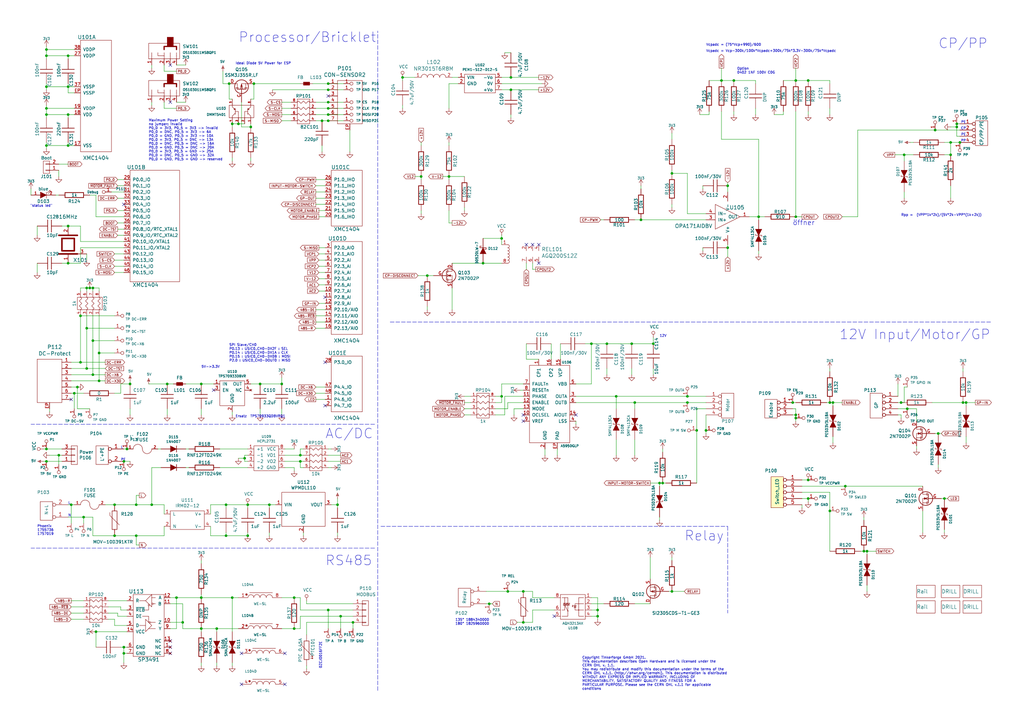
<source format=kicad_sch>
(kicad_sch (version 20211123) (generator eeschema)
  (paper "A3")
  (title_block (title "EVSE Bricklet") (date "2023-01-20") (rev "2.0.7") (company "Tinkerforge GmbH") (comment 1 "Licensed under CERN OHL v.1.1") (comment 2 "Copyright (©) 2021, B.Nordmeyer <bastian@tinkerforge.com>"))
  (lib_symbols
    (symbol "tinkerforge:3V3" (power) (pin_names (offset 0))
      (property "Value" "3V3" (at 0 3.556 0))
      (symbol "3V3_1_1"
        (pin power_in line (at 0 0 90) (length 0) hide (name "3V3") (number "1"))
      )
    )
    (symbol "tinkerforge:5V" (power) (pin_names (offset 0))
      (property "Value" "5V" (at 0 3.175 0))
      (symbol "5V_0_0"
        (pin power_in line (at 0 0 90) (length 0) hide (name "5V") (number "1"))
      )
    )
    (symbol "tinkerforge:A5950GLP" (pin_names (offset 1.016))
      (property "Reference" "U" (at -7.62 20.32 0))
      (property "Value" "A5950GLP" (at 7.62 -13.97 0))
      (symbol "A5950GLP_1_1"
        (pin passive line (at -5.08 21.59 270) (length 2.54) (name "CP1") (number "1"))
        (pin passive line (at -11.43 -1.27 0) (length 2.54) (name "OCLSEL") (number "10"))
        (pin passive line (at -11.43 6.35 0) (length 2.54) (name "PHASE") (number "11"))
        (pin passive line (at -11.43 3.81 0) (length 2.54) (name "ENABLE") (number "12"))
        (pin passive line (at -11.43 1.27 0) (length 2.54) (name "MODE") (number "13"))
        (pin passive line (at 10.16 -1.27 180) (length 2.54) (name "AIOUT") (number "14"))
        (pin passive line (at 3.81 21.59 270) (length 2.54) (name "VCP") (number "15"))
        (pin passive line (at 0 21.59 270) (length 2.54) (name "CP2") (number "16"))
        (pin passive line (at -2.54 -15.24 90) (length 2.54) (name "GND") (number "2"))
        (pin passive line (at 10.16 6.35 180) (length 2.54) (name "OUTA") (number "3"))
        (pin passive line (at 10.16 -3.81 180) (length 2.54) (name "LSS") (number "4"))
        (pin passive line (at 10.16 11.43 180) (length 2.54) (name "VBB") (number "5"))
        (pin passive line (at 10.16 3.81 180) (length 2.54) (name "OUTB") (number "6"))
        (pin passive line (at -11.43 11.43 0) (length 2.54) (name "FAULTn") (number "7"))
        (pin passive line (at -11.43 8.89 0) (length 2.54) (name "RESETn") (number "8"))
        (pin passive line (at -11.43 -3.81 0) (length 2.54) (name "VREF") (number "9"))
        (pin passive line (at 2.54 -15.24 90) (length 2.54) (name "PAD") (number "EP"))
      )
    )
    (symbol "tinkerforge:AGQ2X0" (pin_names (offset 1.016))
      (property "Reference" "REL" (at -7.62 7.62 0))
      (property "Value" "AGQ2X0" (at -2.54 0 90))
      (symbol "AGQ2X0_1_1"
        (pin passive line (at -7.62 3.81 0) (length 2.54) (name "~") (number "1"))
        (pin passive line (at 2.54 3.81 270) (length 2.54) (name "~") (number "2"))
        (pin passive line (at 5.08 3.81 270) (length 2.54) (name "~") (number "3"))
        (pin passive line (at 7.62 3.81 270) (length 2.54) (name "~") (number "4"))
        (pin passive line (at 7.62 -3.81 90) (length 2.54) (name "~") (number "5"))
        (pin passive line (at 5.08 -3.81 90) (length 2.54) (name "~") (number "6"))
        (pin passive line (at 2.54 -3.81 90) (length 2.54) (name "~") (number "7"))
        (pin passive line (at -7.62 -3.81 0) (length 2.54) (name "~") (number "8"))
      )
    )
    (symbol "tinkerforge:AQ-H" (pin_names (offset 1.016))
      (property "Reference" "U" (at -4.445 5.715 0))
      (property "Value" "AQ-H" (at 0 -6.35 0))
      (symbol "AQ-H_1_1"
        (pin passive line (at -7.62 3.81 0) (length 2.54) (name "~") (number "1"))
        (pin passive line (at -7.62 1.27 0) (length 2.54) (name "~") (number "2"))
        (pin passive line (at -7.62 -1.27 0) (length 2.54) (name "~") (number "3"))
        (pin passive line (at -7.62 -3.81 0) (length 2.54) (name "~") (number "4"))
        (pin passive line (at 7.62 -3.81 180) (length 2.54) (name "~") (number "5"))
        (pin passive line (at 7.62 -1.27 180) (length 2.54) (name "~") (number "6"))
        (pin passive line (at 7.62 3.81 180) (length 2.54) (name "~") (number "8"))
      )
    )
    (symbol "tinkerforge:C" (pin_numbers hide) (pin_names (offset 0.254))
      (property "Reference" "C" (at 1.27 2.54 0))
      (property "Value" "C" (at 1.27 -2.54 0))
      (symbol "C_1_1"
        (pin passive line (at 0 5.08 270) (length 4.318) (name "~") (number "1"))
        (pin passive line (at 0 -5.08 90) (length 4.318) (name "~") (number "2"))
      )
    )
    (symbol "tinkerforge:CON-SENSOR2" (pin_names (offset 1.016))
      (property "Reference" "P" (at -3.81 10.16 0))
      (property "Value" "CON-SENSOR2" (at 3.81 0 90))
      (symbol "CON-SENSOR2_1_1"
        (pin passive line (at -8.89 7.62 0) (length 3.81) (name "~") (number "1"))
        (pin passive line (at -8.89 5.08 0) (length 3.81) (name "~") (number "2"))
        (pin passive line (at -8.89 2.54 0) (length 3.81) (name "~") (number "3"))
        (pin passive line (at -8.89 0 0) (length 3.81) (name "~") (number "4"))
        (pin passive line (at -8.89 -2.54 0) (length 3.81) (name "~") (number "5"))
        (pin passive line (at -8.89 -5.08 0) (length 3.81) (name "~") (number "6"))
        (pin passive line (at -8.89 -7.62 0) (length 3.81) (name "~") (number "7"))
        (pin passive line (at 0 -11.43 90) (length 2.54) (name "~") (number "EP"))
      )
    )
    (symbol "tinkerforge:CON-SENSOR2-BLANK" (pin_names (offset 1.016))
      (property "Reference" "P" (at -3.81 10.16 0))
      (property "Value" "CON-SENSOR2-BLANK" (at 3.81 0 90))
      (symbol "CON-SENSOR2-BLANK_1_1"
        (pin passive line (at -8.89 7.62 0) (length 3.81) (name "~") (number "1"))
        (pin passive line (at -8.89 5.08 0) (length 3.81) (name "~") (number "2"))
        (pin passive line (at -8.89 2.54 0) (length 3.81) (name "~") (number "3"))
        (pin passive line (at -8.89 0 0) (length 3.81) (name "~") (number "4"))
        (pin passive line (at -8.89 -2.54 0) (length 3.81) (name "~") (number "5"))
        (pin passive line (at -8.89 -5.08 0) (length 3.81) (name "~") (number "6"))
        (pin passive line (at -8.89 -7.62 0) (length 3.81) (name "~") (number "7"))
        (pin passive line (at 0 -11.43 90) (length 2.54) (name "~") (number "EP"))
      )
    )
    (symbol "tinkerforge:CONN_01X02" (pin_names (offset 1.016) hide)
      (property "Reference" "P" (at 0 3.81 0))
      (property "Value" "CONN_01X02" (at 2.54 0 90))
      (symbol "CONN_01X02_1_1"
        (pin passive line (at -5.08 1.27 0) (length 3.81) (name "P1") (number "1"))
        (pin passive line (at -5.08 -1.27 0) (length 3.81) (name "P2") (number "2"))
      )
    )
    (symbol "tinkerforge:CONN_01X03" (pin_names (offset 1.016) hide)
      (property "Reference" "P" (at 0 5.08 0))
      (property "Value" "CONN_01X03" (at 2.54 0 90))
      (symbol "CONN_01X03_1_1"
        (pin passive line (at -5.08 2.54 0) (length 3.81) (name "P1") (number "1"))
        (pin passive line (at -5.08 0 0) (length 3.81) (name "P2") (number "2"))
        (pin passive line (at -5.08 -2.54 0) (length 3.81) (name "P3") (number "3"))
      )
    )
    (symbol "tinkerforge:CONN_01X04" (pin_names (offset 1.016) hide)
      (property "Reference" "P" (at 0 6.35 0))
      (property "Value" "CONN_01X04" (at 2.54 0 90))
      (symbol "CONN_01X04_1_1"
        (pin passive line (at -5.08 3.81 0) (length 3.81) (name "P1") (number "1"))
        (pin passive line (at -5.08 1.27 0) (length 3.81) (name "P2") (number "2"))
        (pin passive line (at -5.08 -1.27 0) (length 3.81) (name "P3") (number "3"))
        (pin passive line (at -5.08 -3.81 0) (length 3.81) (name "P4") (number "4"))
      )
    )
    (symbol "tinkerforge:CONN_1" (pin_names (offset 1.016))
      (property "Reference" "P" (at -0.381 3.556 0))
      (property "Value" "CONN_1" (at 0 -2.286 0))
      (symbol "CONN_1_1_1"
        (pin input line (at -2.54 0 0) (length 2.54) (name "~") (number "1"))
      )
    )
    (symbol "tinkerforge:CONN_2" (pin_names (offset 1.016) hide)
      (property "Reference" "P" (at -1.27 0 90))
      (property "Value" "CONN_2" (at 1.27 0 90))
      (symbol "CONN_2_1_1"
        (pin passive inverted (at -8.89 2.54 0) (length 6.35) (name "P1") (number "1"))
        (pin passive inverted (at -8.89 -2.54 0) (length 6.35) (name "PM") (number "2"))
      )
    )
    (symbol "tinkerforge:CONN_3" (pin_names (offset 1.016) hide)
      (property "Reference" "K" (at -1.27 0 90))
      (property "Value" "CONN_3" (at 1.27 0 90))
      (symbol "CONN_3_1_1"
        (pin passive inverted (at -8.89 2.54 0) (length 6.35) (name "P1") (number "1"))
        (pin passive inverted (at -8.89 0 0) (length 6.35) (name "PM") (number "2"))
        (pin passive inverted (at -8.89 -2.54 0) (length 6.35) (name "P3") (number "3"))
      )
    )
    (symbol "tinkerforge:CONN_4" (pin_names (offset 1.016) hide)
      (property "Reference" "P" (at -1.27 0 90))
      (property "Value" "CONN_4" (at 1.27 0 90))
      (symbol "CONN_4_1_1"
        (pin passive inverted (at -8.89 3.81 0) (length 6.35) (name "P1") (number "1"))
        (pin passive inverted (at -8.89 1.27 0) (length 6.35) (name "P2") (number "2"))
        (pin passive inverted (at -8.89 -1.27 0) (length 6.35) (name "P3") (number "3"))
        (pin passive inverted (at -8.89 -3.81 0) (length 6.35) (name "P4") (number "4"))
      )
    )
    (symbol "tinkerforge:CONN_5" (pin_names (offset 1.016))
      (property "Reference" "P" (at -1.27 0 90))
      (property "Value" "CONN_5" (at 1.27 0 90))
      (symbol "CONN_5_1_1"
        (pin passive inverted (at -10.16 5.08 0) (length 7.62) (name "~") (number "1"))
        (pin passive inverted (at -10.16 2.54 0) (length 7.62) (name "~") (number "2"))
        (pin passive inverted (at -10.16 0 0) (length 7.62) (name "~") (number "3"))
        (pin passive inverted (at -10.16 -2.54 0) (length 7.62) (name "~") (number "4"))
        (pin passive inverted (at -10.16 -5.08 0) (length 7.62) (name "~") (number "5"))
      )
    )
    (symbol "tinkerforge:CRYSTAL_3225" (pin_names (offset 1.016))
      (property "Reference" "X" (at -5.08 6.35 0))
      (property "Value" "CRYSTAL_3225" (at 6.35 -6.35 0))
      (symbol "CRYSTAL_3225_1_1"
        (pin passive line (at -7.62 0 0) (length 3.81) (name "~") (number "1"))
        (pin passive line (at 7.62 0 180) (length 3.81) (name "~") (number "2"))
        (pin passive line (at -3.81 -7.62 90) (length 3.81) (name "~") (number "3"))
      )
    )
    (symbol "tinkerforge:DIODE" (pin_numbers hide) (pin_names (offset 1.016) hide)
      (property "Reference" "D" (at 0 2.54 0))
      (property "Value" "DIODE" (at 0 -2.54 0))
      (symbol "DIODE_1_1"
        (pin passive line (at -5.08 0 0) (length 3.81) (name "A") (number "1"))
        (pin passive line (at 5.08 0 180) (length 3.81) (name "K") (number "2"))
      )
    )
    (symbol "tinkerforge:DIODESCH" (pin_numbers hide) (pin_names (offset 1.016) hide)
      (property "Reference" "D" (at 0 2.54 0))
      (property "Value" "DIODESCH" (at 0 -2.54 0))
      (symbol "DIODESCH_1_1"
        (pin passive line (at -5.08 0 0) (length 3.81) (name "A") (number "1"))
        (pin passive line (at 5.08 0 180) (length 3.81) (name "K") (number "2"))
      )
    )
    (symbol "tinkerforge:DMMT5401" (pin_names (offset 1.016))
      (property "Reference" "U" (at 6.35 2.54 0))
      (property "Value" "DMMT5401" (at 8.255 -2.54 0))
      (symbol "DMMT5401_0_0"
        (pin passive line (at -3.81 -3.81 90) (length 2.54) (name "~") (number "1"))
        (pin passive line (at -1.27 -3.81 90) (length 2.54) (name "~") (number "2"))
        (pin passive line (at 1.27 -3.81 90) (length 2.54) (name "~") (number "3"))
        (pin passive line (at 3.81 -3.81 90) (length 2.54) (name "~") (number "4"))
        (pin passive line (at 3.81 6.35 270) (length 2.54) (name "~") (number "5"))
        (pin passive line (at -3.81 6.35 270) (length 2.54) (name "~") (number "6"))
      )
    )
    (symbol "tinkerforge:DRILL" (pin_numbers hide) (pin_names (offset 0) hide)
      (property "Value" "DRILL" (at 0 0 0))
    )
    (symbol "tinkerforge:FUSE" (pin_names (offset 0.254))
      (property "Reference" "F" (at 2.54 1.27 0))
      (property "Value" "FUSE" (at -2.54 -1.27 0))
      (symbol "FUSE_1_1"
        (pin input line (at -6.35 0 0) (length 2.54) (name "~") (number "1"))
        (pin input line (at 6.35 0 180) (length 2.54) (name "~") (number "2"))
      )
    )
    (symbol "tinkerforge:GND" (power) (pin_names (offset 0))
      (property "Value" "GND" (at 0 -5.08 0))
      (symbol "GND_1_1"
        (pin power_in line (at 0 0 270) (length 0) hide (name "GND") (number "1"))
      )
    )
    (symbol "tinkerforge:HCPL-2731-000E" (pin_names (offset 1.016))
      (property "Reference" "U" (at -3.81 6.35 0))
      (property "Value" "HCPL-2731-000E" (at 0 -6.35 0))
      (symbol "HCPL-2731-000E_1_1"
        (pin passive line (at -7.62 3.81 0) (length 2.54) (name "+1") (number "1"))
        (pin passive line (at -7.62 1.27 0) (length 2.54) (name "-1") (number "2"))
        (pin passive line (at -7.62 -1.27 0) (length 2.54) (name "-2") (number "3"))
        (pin passive line (at -7.62 -3.81 0) (length 2.54) (name "+2") (number "4"))
        (pin passive line (at 7.62 -3.81 180) (length 2.54) (name "GND") (number "5"))
        (pin passive line (at 7.62 -1.27 180) (length 2.54) (name "VO2") (number "6"))
        (pin passive line (at 7.62 1.27 180) (length 2.54) (name "VO1") (number "7"))
        (pin passive line (at 7.62 3.81 180) (length 2.54) (name "VCC") (number "8"))
      )
    )
    (symbol "tinkerforge:INDUCTOR" (pin_names (offset 1.016))
      (property "Reference" "L" (at 0 2.54 0))
      (property "Value" "INDUCTOR" (at 0 -2.54 0))
      (symbol "INDUCTOR_1_1"
        (pin input line (at -7.62 0 0) (length 2.54) (name "~") (number "1"))
        (pin input line (at 7.62 0 180) (length 2.54) (name "~") (number "2"))
      )
    )
    (symbol "tinkerforge:INDUCTs" (pin_numbers hide) (pin_names (offset 0))
      (property "Reference" "L" (at 1.27 0 90))
      (property "Value" "INDUCTs" (at -1.27 0 90))
      (symbol "INDUCTs_1_1"
        (pin passive line (at 0 2.54 270) (length 1.27) (name "~") (number "1"))
        (pin passive line (at 0 -2.54 90) (length 1.27) (name "~") (number "2"))
      )
    )
    (symbol "tinkerforge:IRM" (pin_names (offset 1.016))
      (property "Reference" "U" (at -5.08 5.08 0))
      (property "Value" "IRM" (at 0 0 0))
      (symbol "IRM_1_1"
        (pin input line (at -8.89 2.54 0) (length 2.54) (name "L") (number "1"))
        (pin input line (at -8.89 -2.54 0) (length 2.54) (name "N") (number "2"))
        (pin input line (at 10.16 2.54 180) (length 2.54) (name "V+") (number "3"))
        (pin input line (at 10.16 -2.54 180) (length 2.54) (name "V-") (number "4"))
      )
    )
    (symbol "tinkerforge:LED" (pin_names (offset 1.016) hide)
      (property "Reference" "D" (at 0 2.54 0))
      (property "Value" "LED" (at 0 -2.54 0))
      (symbol "LED_1_1"
        (pin passive line (at -5.08 0 0) (length 3.81) (name "A") (number "1"))
        (pin passive line (at 5.08 0 180) (length 3.81) (name "K") (number "2"))
      )
    )
    (symbol "tinkerforge:MOSFET_N_CH" (pin_names (offset 0) hide)
      (property "Reference" "Q" (at 7.62 1.27 0))
      (property "Value" "MOSFET_N_CH" (at 17.78 -1.27 0))
      (symbol "MOSFET_N_CH_1_1"
        (pin passive line (at 2.54 5.08 270) (length 2.54) (name "D") (number "D"))
        (pin input line (at -5.08 0 0) (length 5.334) (name "G") (number "G"))
        (pin passive line (at 2.54 -5.08 90) (length 2.54) (name "S") (number "S"))
      )
    )
    (symbol "tinkerforge:MOSFET_P_CH" (pin_names (offset 0) hide)
      (property "Reference" "Q" (at 7.62 1.27 0))
      (property "Value" "MOSFET_P_CH" (at 16.51 -1.27 0))
      (symbol "MOSFET_P_CH_1_1"
        (pin passive line (at 2.54 5.08 270) (length 2.54) (name "D") (number "D"))
        (pin input line (at -5.08 0 0) (length 5.334) (name "G") (number "G"))
        (pin passive line (at 2.54 -5.08 90) (length 2.54) (name "S") (number "S"))
      )
    )
    (symbol "tinkerforge:OPA344" (pin_names (offset 1.016))
      (property "Reference" "U" (at -2.54 12.7 0))
      (property "Value" "OPA344" (at 7.62 10.16 0))
      (symbol "OPA344_1_1"
        (pin passive line (at 8.89 0 180) (length 3.81) (name "OUT") (number "1"))
        (pin passive line (at 0 -10.16 90) (length 3.81) (name "V-") (number "2"))
        (pin passive line (at -8.89 1.27 0) (length 3.81) (name "IN+") (number "3"))
        (pin passive line (at -8.89 -1.27 0) (length 3.81) (name "IN-") (number "4"))
        (pin passive line (at 0 11.43 270) (length 3.81) (name "V+") (number "5"))
      )
    )
    (symbol "tinkerforge:OS103011MS8QP1" (pin_names (offset 1.016))
      (property "Reference" "SW" (at 0 8.89 0))
      (property "Value" "OS103011MS8QP1" (at 0 6.35 0))
      (symbol "OS103011MS8QP1_1_1"
        (pin passive line (at -5.08 -6.35 90) (length 2.54) (name "~") (number "1"))
        (pin passive line (at 0 -6.35 90) (length 2.54) (name "~") (number "2"))
        (pin passive line (at 2.54 -6.35 90) (length 2.54) (name "~") (number "3"))
        (pin passive line (at 5.08 -6.35 90) (length 2.54) (name "~") (number "4"))
      )
    )
    (symbol "tinkerforge:PEM1-S12-D12-S" (pin_names (offset 1.016))
      (property "Reference" "U" (at -5.08 5.08 0))
      (property "Value" "PEM1-S12-D12-S" (at 0 -5.08 0))
      (symbol "PEM1-S12-D12-S_1_1"
        (pin passive line (at -8.89 2.54 0) (length 2.54) (name "VIN") (number "1"))
        (pin passive line (at -8.89 0 0) (length 2.54) (name "GND") (number "2"))
        (pin passive line (at 8.89 2.54 180) (length 2.54) (name "-Vo") (number "5"))
        (pin passive line (at 8.89 0 180) (length 2.54) (name "0V") (number "6"))
        (pin passive line (at 8.89 -2.54 180) (length 2.54) (name "+Vo") (number "7"))
      )
    )
    (symbol "tinkerforge:PTC" (pin_numbers hide) (pin_names (offset 0))
      (property "Reference" "PTC" (at 2.54 1.27 90))
      (property "Value" "PTC" (at -2.54 0 90))
      (symbol "PTC_1_1"
        (pin passive line (at 0 6.35 270) (length 2.54) (name "~") (number "1"))
        (pin passive line (at 0 -6.35 90) (length 2.54) (name "~") (number "2"))
      )
    )
    (symbol "tinkerforge:R" (pin_numbers hide) (pin_names (offset 0))
      (property "Reference" "R" (at 2.032 0 90))
      (property "Value" "R" (at 0 0 90))
      (symbol "R_1_1"
        (pin passive line (at 0 6.35 270) (length 2.54) (name "~") (number "1"))
        (pin passive line (at 0 -6.35 90) (length 2.54) (name "~") (number "2"))
      )
    )
    (symbol "tinkerforge:R_PACK4" (pin_names hide)
      (property "Reference" "RP" (at 0 11.43 0))
      (property "Value" "R_PACK4" (at 0 -1.27 0))
      (symbol "R_PACK4_1_1"
        (pin passive line (at -5.08 8.89 0) (length 2.54) (name "P1") (number "1"))
        (pin passive line (at -5.08 6.35 0) (length 2.54) (name "P2") (number "2"))
        (pin passive line (at -5.08 3.81 0) (length 2.54) (name "P3") (number "3"))
        (pin passive line (at -5.08 1.27 0) (length 2.54) (name "P4") (number "4"))
        (pin passive line (at 5.08 1.27 180) (length 2.54) (name "R4") (number "5"))
        (pin passive line (at 5.08 3.81 180) (length 2.54) (name "R3") (number "6"))
        (pin passive line (at 5.08 6.35 180) (length 2.54) (name "R2") (number "7"))
        (pin passive line (at 5.08 8.89 180) (length 2.54) (name "R1") (number "8"))
      )
    )
    (symbol "tinkerforge:SP3491" (pin_names (offset 1.016))
      (property "Reference" "U" (at -5.08 13.97 0))
      (property "Value" "SP3491" (at 0 -13.97 0))
      (symbol "SP3491_1_1"
        (pin no_connect line (at 8.89 -8.89 180) (length 2.54) (name "NC") (number "1"))
        (pin passive line (at 8.89 1.27 180) (length 2.54) (name "Z") (number "10"))
        (pin passive line (at 8.89 8.89 180) (length 2.54) (name "B") (number "11"))
        (pin passive line (at 8.89 11.43 180) (length 2.54) (name "A") (number "12"))
        (pin no_connect line (at 8.89 -6.35 180) (length 2.54) (name "NC") (number "13"))
        (pin passive line (at -8.89 -2.54 0) (length 2.54) (name "VCC") (number "14"))
        (pin passive line (at -8.89 10.16 0) (length 2.54) (name "R") (number "2"))
        (pin passive line (at -8.89 6.35 0) (length 2.54) (name "~{REB}") (number "3"))
        (pin passive line (at -8.89 3.81 0) (length 2.54) (name "DE") (number "4"))
        (pin passive line (at -8.89 0 0) (length 2.54) (name "D") (number "5"))
        (pin passive line (at -8.89 -8.89 0) (length 2.54) (name "GND") (number "6"))
        (pin passive line (at -8.89 -11.43 0) (length 2.54) (name "GND") (number "7"))
        (pin no_connect line (at 8.89 -11.43 180) (length 2.54) (name "NC") (number "8"))
        (pin passive line (at 8.89 -1.27 180) (length 2.54) (name "Y") (number "9"))
      )
    )
    (symbol "tinkerforge:TPS709" (pin_names (offset 1.016))
      (property "Reference" "U" (at -3.81 6.35 0))
      (property "Value" "TPS709" (at 3.81 -6.35 0))
      (symbol "TPS709_1_1"
        (pin passive line (at -7.62 3.81 0) (length 2.54) (name "IN") (number "1"))
        (pin passive line (at 0 -7.62 90) (length 2.54) (name "GND") (number "2"))
        (pin passive line (at -7.62 1.27 0) (length 2.54) (name "EN") (number "3"))
        (pin no_connect line (at 7.62 1.27 180) (length 2.54) (name "NC") (number "4"))
        (pin passive line (at 7.62 3.81 180) (length 2.54) (name "OUT") (number "5"))
      )
    )
    (symbol "tinkerforge:TVS" (pin_numbers hide) (pin_names (offset 1.016) hide)
      (property "Reference" "D" (at -1.27 2.54 0))
      (property "Value" "TVS" (at 0 -2.54 0))
      (symbol "TVS_1_1"
        (pin passive line (at -6.35 0 0) (length 3.81) (name "A") (number "1"))
        (pin passive line (at 6.35 0 180) (length 3.81) (name "K") (number "2"))
      )
    )
    (symbol "tinkerforge:VCCPWR" (power) (pin_names (offset 0))
      (property "Value" "VCCPWR" (at 0 3.81 0))
      (symbol "VCCPWR_1_1"
        (pin power_in line (at 0 0 90) (length 0) hide (name "VCC") (number "1"))
      )
    )
    (symbol "tinkerforge:Varistor" (pin_numbers hide) (pin_names (offset 0))
      (property "Reference" "R" (at 2.54 1.27 90))
      (property "Value" "Varistor" (at -2.54 0 90))
      (symbol "Varistor_1_1"
        (pin passive line (at 0 6.35 270) (length 2.54) (name "~") (number "1"))
        (pin passive line (at 0 -6.35 90) (length 2.54) (name "~") (number "2"))
      )
    )
    (symbol "tinkerforge:WE-SL" (pin_names (offset 1.016) hide)
      (property "Reference" "L" (at -5.08 5.334 0))
      (property "Value" "WE-SL" (at 0 -2.54 0))
      (symbol "WE-SL_1_1"
        (pin passive line (at -8.89 0 0) (length 3.81) (name "1") (number "1"))
        (pin passive line (at 8.89 0 180) (length 3.81) (name "8") (number "8"))
      )
      (symbol "WE-SL_2_1"
        (pin passive line (at -8.89 0 0) (length 3.81) (name "2") (number "2"))
        (pin passive line (at 8.89 0 180) (length 3.81) (name "7") (number "7"))
      )
      (symbol "WE-SL_3_1"
        (pin passive line (at -8.89 0 0) (length 3.81) (name "3") (number "3"))
        (pin passive line (at 8.89 0 180) (length 3.81) (name "6") (number "6"))
      )
      (symbol "WE-SL_4_1"
        (pin passive line (at -8.89 0 0) (length 3.81) (name "4") (number "4"))
        (pin passive line (at 8.89 0 180) (length 3.81) (name "5") (number "5"))
      )
    )
    (symbol "tinkerforge:WPMDL110" (pin_names (offset 1.016))
      (property "Reference" "U" (at -8.89 6.35 0))
      (property "Value" "WPMDL110" (at 0 3.81 0))
      (symbol "WPMDL110_1_1"
        (pin input line (at -11.43 0 0) (length 2.54) (name "VIN") (number "1"))
        (pin input line (at 0 -11.43 90) (length 2.54) (name "GND") (number "2"))
        (pin input line (at 11.43 0 180) (length 2.54) (name "VOUT") (number "3"))
      )
    )
    (symbol "tinkerforge:XMC1XXX48" (pin_names (offset 1.016))
      (property "Reference" "U" (at -3.81 24.13 0))
      (property "Value" "XMC1XXX48" (at 0 -25.4 0))
      (symbol "XMC1XXX48_1_1"
        (pin passive line (at -8.89 -20.32 0) (length 2.54) (name "VSS") (number "17"))
        (pin passive line (at -8.89 -7.62 0) (length 2.54) (name "VDD") (number "18"))
        (pin passive line (at -8.89 -5.08 0) (length 2.54) (name "VDDP") (number "19"))
        (pin passive line (at -8.89 16.51 0) (length 2.54) (name "VDDP") (number "27"))
        (pin passive line (at -8.89 3.81 0) (length 2.54) (name "VSSP") (number "37"))
        (pin passive line (at -8.89 19.05 0) (length 2.54) (name "VDDP") (number "38"))
        (pin passive line (at -8.89 1.27 0) (length 2.54) (name "VSSP") (number "EP"))
      )
      (symbol "XMC1XXX48_2_1"
        (pin passive line (at -8.89 19.05 0) (length 2.54) (name "P0.0_IO") (number "29"))
        (pin passive line (at -8.89 16.51 0) (length 2.54) (name "P0.1_IO") (number "30"))
        (pin passive line (at -8.89 13.97 0) (length 2.54) (name "P0.2_IO") (number "31"))
        (pin passive line (at -8.89 11.43 0) (length 2.54) (name "P0.3_IO") (number "32"))
        (pin passive line (at -8.89 8.89 0) (length 2.54) (name "P0.4_IO") (number "33"))
        (pin passive line (at -8.89 6.35 0) (length 2.54) (name "P0.5_IO") (number "34"))
        (pin passive line (at -8.89 3.81 0) (length 2.54) (name "P0.6_IO") (number "35"))
        (pin passive line (at -8.89 1.27 0) (length 2.54) (name "P0.7_IO") (number "36"))
        (pin passive line (at -8.89 -1.27 0) (length 2.54) (name "P0.8_IO/RTC_XTAL1") (number "39"))
        (pin passive line (at -8.89 -3.81 0) (length 2.54) (name "P0.9_IO/RTC_XTAL2") (number "40"))
        (pin passive line (at -8.89 -6.35 0) (length 2.54) (name "P0.10_IO/XTAL1") (number "41"))
        (pin passive line (at -8.89 -8.89 0) (length 2.54) (name "P0.11_IO/XTAL2") (number "42"))
        (pin passive line (at -8.89 -11.43 0) (length 2.54) (name "P0.12_IO") (number "43"))
        (pin passive line (at -8.89 -13.97 0) (length 2.54) (name "P0.13_IO") (number "44"))
        (pin passive line (at -8.89 -16.51 0) (length 2.54) (name "P0.14_IO") (number "45"))
        (pin passive line (at -8.89 -19.05 0) (length 2.54) (name "P0.15_IO") (number "46"))
      )
      (symbol "XMC1XXX48_3_1"
        (pin passive line (at -8.89 -7.62 0) (length 2.54) (name "P1.6_IHO") (number "20"))
        (pin passive line (at -8.89 -5.08 0) (length 2.54) (name "P1.5_IHO") (number "21"))
        (pin passive line (at -8.89 -2.54 0) (length 2.54) (name "P1.4_IHO") (number "22"))
        (pin passive line (at -8.89 0 0) (length 2.54) (name "P1.3_IHO") (number "23"))
        (pin passive line (at -8.89 2.54 0) (length 2.54) (name "P1.2_IHO") (number "24"))
        (pin passive line (at -8.89 5.08 0) (length 2.54) (name "P1.1_IHO") (number "25"))
        (pin passive line (at -8.89 7.62 0) (length 2.54) (name "P1.0_IHO") (number "26"))
      )
      (symbol "XMC1XXX48_4_1"
        (pin passive line (at -8.89 -5.08 0) (length 2.54) (name "P2.7_AI") (number "10"))
        (pin passive line (at -8.89 -7.62 0) (length 2.54) (name "P2.8_AI") (number "11"))
        (pin passive line (at -8.89 -10.16 0) (length 2.54) (name "P2.9_AI") (number "12"))
        (pin passive line (at -8.89 -12.7 0) (length 2.54) (name "P2.10/AIO") (number "13"))
        (pin passive line (at -8.89 -15.24 0) (length 2.54) (name "P2.11/AIO") (number "14"))
        (pin passive line (at -8.89 -17.78 0) (length 2.54) (name "P2.12/AIO") (number "15"))
        (pin passive line (at -8.89 -20.32 0) (length 2.54) (name "P2.13/AIO") (number "16"))
        (pin passive line (at -8.89 12.7 0) (length 2.54) (name "P2.0_AIO") (number "3"))
        (pin passive line (at -8.89 10.16 0) (length 2.54) (name "P2.1_AIO") (number "4"))
        (pin passive line (at -8.89 7.62 0) (length 2.54) (name "P2.2_AI") (number "5"))
        (pin passive line (at -8.89 5.08 0) (length 2.54) (name "P2.3_AI") (number "6"))
        (pin passive line (at -8.89 2.54 0) (length 2.54) (name "P2.4_AI") (number "7"))
        (pin passive line (at -8.89 0 0) (length 2.54) (name "P2.5_AI") (number "8"))
        (pin passive line (at -8.89 -2.54 0) (length 2.54) (name "P2.6_AI") (number "9"))
      )
      (symbol "XMC1XXX48_5_1"
        (pin passive line (at -8.89 -7.62 0) (length 2.54) (name "P4.6_IO") (number "1"))
        (pin passive line (at -8.89 -10.16 0) (length 2.54) (name "P4.7_IO") (number "2"))
        (pin passive line (at -8.89 7.62 0) (length 2.54) (name "P3.0_IO") (number "28"))
        (pin passive line (at -8.89 -2.54 0) (length 2.54) (name "P4.4_IO") (number "47"))
        (pin passive line (at -8.89 -5.08 0) (length 2.54) (name "P4.5_IO") (number "48"))
      )
    )
  )
  (junction (at 387.35 204.47))
  (junction (at 259.08 140.97))
  (junction (at 30.48 161.29))
  (junction (at 267.97 140.97))
  (junction (at 35.56 118.11))
  (junction (at 134.62 41.91))
  (junction (at 271.78 198.12))
  (junction (at 134.62 250.19))
  (junction (at 19.05 189.23))
  (junction (at 110.49 207.01))
  (junction (at 139.7 252.73))
  (junction (at 389.89 63.5))
  (junction (at 101.6 207.01))
  (junction (at 123.19 186.69))
  (junction (at 205.74 162.56))
  (junction (at 289.56 176.53))
  (junction (at 102.87 52.07))
  (junction (at 311.15 88.9))
  (junction (at 252.73 162.56))
  (junction (at 104.14 34.29))
  (junction (at 134.62 44.45))
  (junction (at 100.33 187.96))
  (junction (at 198.12 107.95))
  (junction (at 281.94 162.56))
  (junction (at 340.36 209.55))
  (junction (at 40.64 156.21))
  (junction (at 55.88 219.71))
  (junction (at 200.66 247.65))
  (junction (at 19.05 22.86))
  (junction (at 331.47 196.85))
  (junction (at 97.79 50.8))
  (junction (at 326.39 33.02))
  (junction (at 346.71 199.39))
  (junction (at 55.88 207.01))
  (junction (at 270.51 198.12))
  (junction (at 245.11 252.73))
  (junction (at 19.05 20.32))
  (junction (at 340.36 165.1))
  (junction (at 134.62 36.83))
  (junction (at 19.05 35.56))
  (junction (at 209.55 36.83))
  (junction (at 396.24 165.1))
  (junction (at 82.55 157.48))
  (junction (at 326.39 170.18))
  (junction (at 298.45 101.6))
  (junction (at 281.94 165.1))
  (junction (at 285.75 176.53))
  (junction (at 33.02 148.59))
  (junction (at 24.13 186.69))
  (junction (at 209.55 31.75))
  (junction (at 372.11 167.64))
  (junction (at 144.78 255.27))
  (junction (at 35.56 134.62))
  (junction (at 27.94 107.95))
  (junction (at 165.1 31.75))
  (junction (at 298.45 76.2))
  (junction (at 38.1 139.7))
  (junction (at 123.19 189.23))
  (junction (at 92.71 219.71))
  (junction (at 326.39 88.9))
  (junction (at 208.28 242.57))
  (junction (at 120.65 245.11))
  (junction (at 242.57 140.97))
  (junction (at 95.25 50.8))
  (junction (at 132.08 49.53))
  (junction (at 138.43 207.01))
  (junction (at 205.74 97.79))
  (junction (at 19.05 184.15))
  (junction (at 38.1 118.11))
  (junction (at 248.92 140.97))
  (junction (at 82.55 245.11))
  (junction (at 392.43 50.8))
  (junction (at 245.11 250.19))
  (junction (at 36.83 118.11))
  (junction (at 370.84 63.5))
  (junction (at 115.57 157.48))
  (junction (at 394.97 165.1))
  (junction (at 27.94 59.69))
  (junction (at 38.1 153.67))
  (junction (at 101.6 219.71))
  (junction (at 19.05 44.45))
  (junction (at 40.64 144.78))
  (junction (at 19.05 46.99))
  (junction (at 331.47 33.02))
  (junction (at 31.75 158.75))
  (junction (at 260.35 165.1))
  (junction (at 62.23 207.01))
  (junction (at 92.71 207.01))
  (junction (at 93.98 34.29))
  (junction (at 39.37 259.08))
  (junction (at 295.91 33.02))
  (junction (at 27.94 35.56))
  (junction (at 326.39 171.45))
  (junction (at 134.62 49.53))
  (junction (at 325.12 165.1))
  (junction (at 27.94 92.71))
  (junction (at 106.68 157.48))
  (junction (at 27.94 22.86))
  (junction (at 19.05 59.69))
  (junction (at 369.57 165.1))
  (junction (at 384.81 177.8))
  (junction (at 392.43 52.07))
  (junction (at 34.29 212.09))
  (junction (at 354.33 226.06))
  (junction (at 52.07 184.15))
  (junction (at 35.56 151.13))
  (junction (at 184.15 72.39))
  (junction (at 120.65 257.81))
  (junction (at 172.72 72.39))
  (junction (at 262.89 90.17))
  (junction (at 82.55 257.81))
  (junction (at 88.9 257.81))
  (junction (at 331.47 204.47))
  (junction (at 383.54 53.34))
  (junction (at 214.63 242.57))
  (junction (at 341.63 165.1))
  (junction (at 389.89 58.42))
  (junction (at 29.21 207.01))
  (junction (at 50.8 189.23))
  (junction (at 50.8 265.43))
  (junction (at 300.99 33.02))
  (junction (at 275.59 242.57))
  (junction (at 53.34 157.48))
  (junction (at 46.99 207.01))
  (junction (at 50.8 267.97))
  (junction (at 95.25 245.11))
  (junction (at 46.99 219.71))
  (junction (at 74.93 255.27))
  (junction (at 175.26 113.03))
  (junction (at 355.6 226.06))
  (junction (at 393.7 58.42))
  (junction (at 33.02 129.54))
  (junction (at 134.62 34.29))
  (junction (at 68.58 157.48))
  (junction (at 214.63 255.27))
  (junction (at 134.62 46.99))
  (junction (at 275.59 71.12))
  (junction (at 72.39 245.11))
  (junction (at 27.94 46.99))
  (no_connect (at 69.85 26.67))
  (no_connect (at 69.85 41.91))
  (no_connect (at 220.98 107.95))
  (no_connect (at 99.06 267.97))
  (no_connect (at 50.8 83.82))
  (no_connect (at 218.44 100.33))
  (no_connect (at 133.35 166.37))
  (no_connect (at 220.98 100.33))
  (no_connect (at 87.63 160.02))
  (no_connect (at 116.84 280.67))
  (no_connect (at 99.06 280.67))
  (no_connect (at 214.63 170.18))
  (no_connect (at 69.85 267.97))
  (no_connect (at 116.84 267.97))
  (no_connect (at 133.35 121.92))
  (no_connect (at 227.33 252.73))
  (no_connect (at 69.85 262.89))
  (no_connect (at 214.63 172.72))
  (no_connect (at 69.85 265.43))
  (no_connect (at 133.35 148.59))
  (no_connect (at 215.9 100.33))
  (no_connect (at 236.22 170.18))
  (no_connect (at 134.62 39.37))
  (no_connect (at 29.21 163.83))
  (wire (pts (xy 355.6 227.33) (xy 355.6 226.06)))
  (wire (pts (xy 311.15 104.14) (xy 311.15 102.87)))
  (wire (pts (xy 92.71 208.28) (xy 92.71 207.01)))
  (wire (pts (xy 67.31 215.9) (xy 67.31 219.71)))
  (wire (pts (xy 260.35 167.64) (xy 260.35 165.1)))
  (wire (pts (xy 170.18 72.39) (xy 172.72 72.39)))
  (wire (pts (xy 394.97 165.1) (xy 396.24 165.1)))
  (wire (pts (xy 386.08 177.8) (xy 384.81 177.8)))
  (wire (pts (xy 38.1 219.71) (xy 46.99 219.71)))
  (wire (pts (xy 220.98 36.83) (xy 209.55 36.83)))
  (wire (pts (xy 218.44 110.49) (xy 219.71 110.49)))
  (wire (pts (xy 62.23 191.77) (xy 62.23 207.01)))
  (wire (pts (xy 262.89 77.47) (xy 262.89 76.2)))
  (wire (pts (xy 386.08 204.47) (xy 387.35 204.47)))
  (wire (pts (xy 35.56 134.62) (xy 46.99 134.62)))
  (wire (pts (xy 52.07 250.19) (xy 49.53 250.19)))
  (wire (pts (xy 129.54 158.75) (xy 133.35 158.75)))
  (wire (pts (xy 82.55 157.48) (xy 87.63 157.48)))
  (wire (pts (xy 331.47 33.02) (xy 340.36 33.02)))
  (wire (pts (xy 242.57 247.65) (xy 247.65 247.65)))
  (wire (pts (xy 133.35 114.3) (xy 130.81 114.3)))
  (wire (pts (xy 123.19 250.19) (xy 134.62 250.19)))
  (wire (pts (xy 38.1 153.67) (xy 43.18 153.67)))
  (wire (pts (xy 346.71 199.39) (xy 378.46 199.39)))
  (wire (pts (xy 95.25 52.07) (xy 95.25 50.8)))
  (wire (pts (xy 218.44 107.95) (xy 218.44 110.49)))
  (wire (pts (xy 383.54 177.8) (xy 384.81 177.8)))
  (wire (pts (xy 19.05 59.69) (xy 27.94 59.69)))
  (wire (pts (xy 325.12 165.1) (xy 326.39 165.1)))
  (wire (pts (xy 281.94 162.56) (xy 289.56 162.56)))
  (wire (pts (xy 119.38 49.53) (xy 115.57 49.53)))
  (wire (pts (xy 134.62 49.53) (xy 140.97 49.53)))
  (wire (pts (xy 82.55 245.11) (xy 95.25 245.11)))
  (wire (pts (xy 340.36 152.4) (xy 340.36 151.13)))
  (wire (pts (xy 62.23 191.77) (xy 66.04 191.77)))
  (wire (pts (xy 102.87 40.64) (xy 104.14 40.64)))
  (wire (pts (xy 289.56 90.17) (xy 262.89 90.17)))
  (wire (pts (xy 328.93 201.93) (xy 340.36 201.93)))
  (wire (pts (xy 134.62 191.77) (xy 135.89 191.77)))
  (wire (pts (xy 368.3 167.64) (xy 372.11 167.64)))
  (wire (pts (xy 317.5 46.99) (xy 321.31 46.99)))
  (wire (pts (xy 100.33 186.69) (xy 100.33 187.96)))
  (wire (pts (xy 125.73 247.65) (xy 144.78 247.65)))
  (wire (pts (xy 139.7 252.73) (xy 144.78 252.73)))
  (wire (pts (xy 392.43 52.07) (xy 389.89 52.07)))
  (wire (pts (xy 27.94 92.71) (xy 33.02 92.71)))
  (wire (pts (xy 15.24 96.52) (xy 15.24 92.71)))
  (wire (pts (xy 33.02 129.54) (xy 33.02 148.59)))
  (wire (pts (xy 31.75 167.64) (xy 31.75 158.75)))
  (wire (pts (xy 215.9 147.32) (xy 215.9 140.97)))
  (wire (pts (xy 184.15 91.44) (xy 185.42 91.44)))
  (wire (pts (xy 102.87 66.04) (xy 102.87 64.77)))
  (wire (pts (xy 218.44 255.27) (xy 218.44 250.19)))
  (wire (pts (xy 74.93 257.81) (xy 82.55 257.81)))
  (wire (pts (xy 369.57 165.1) (xy 370.84 165.1)))
  (wire (pts (xy 95.25 170.18) (xy 95.25 168.91)))
  (wire (pts (xy 205.74 100.33) (xy 205.74 97.79)))
  (wire (pts (xy 33.02 99.06) (xy 50.8 99.06)))
  (wire (pts (xy 248.92 153.67) (xy 248.92 151.13)))
  (wire (pts (xy 288.29 102.87) (xy 288.29 101.6)))
  (wire (pts (xy 34.29 248.92) (xy 29.21 248.92)))
  (wire (pts (xy 214.63 167.64) (xy 210.82 167.64)))
  (wire (pts (xy 134.62 250.19) (xy 144.78 250.19)))
  (wire (pts (xy 29.21 207.01) (xy 29.21 214.63)))
  (wire (pts (xy 115.57 170.18) (xy 115.57 167.64)))
  (polyline (pts (xy 298.45 215.9) (xy 298.45 251.46)))
  (wire (pts (xy 29.21 246.38) (xy 34.29 246.38)))
  (wire (pts (xy 93.98 34.29) (xy 93.98 40.64)))
  (wire (pts (xy 340.36 46.99) (xy 340.36 44.45)))
  (wire (pts (xy 207.01 21.59) (xy 209.55 21.59)))
  (wire (pts (xy 106.68 157.48) (xy 115.57 157.48)))
  (wire (pts (xy 35.56 151.13) (xy 43.18 151.13)))
  (wire (pts (xy 101.6 207.01) (xy 92.71 207.01)))
  (wire (pts (xy 378.46 209.55) (xy 378.46 218.44)))
  (wire (pts (xy 82.55 273.05) (xy 82.55 271.78)))
  (wire (pts (xy 199.39 242.57) (xy 208.28 242.57)))
  (polyline (pts (xy 153.67 224.79) (xy 12.7 224.79)))
  (wire (pts (xy 39.37 88.9) (xy 50.8 88.9)))
  (wire (pts (xy 372.11 167.64) (xy 375.92 167.64)))
  (wire (pts (xy 72.39 26.67) (xy 76.2 26.67)))
  (wire (pts (xy 40.64 129.54) (xy 40.64 144.78)))
  (wire (pts (xy 20.32 168.91) (xy 20.32 167.64)))
  (wire (pts (xy 95.25 245.11) (xy 97.79 245.11)))
  (wire (pts (xy 33.02 148.59) (xy 43.18 148.59)))
  (wire (pts (xy 300.99 46.99) (xy 300.99 45.72)))
  (wire (pts (xy 285.75 198.12) (xy 285.75 176.53)))
  (wire (pts (xy 209.55 48.26) (xy 209.55 46.99)))
  (wire (pts (xy 205.74 157.48) (xy 214.63 157.48)))
  (polyline (pts (xy 153.67 173.99) (xy 12.7 173.99)))
  (wire (pts (xy 52.07 267.97) (xy 50.8 267.97)))
  (wire (pts (xy 143.51 53.34) (xy 143.51 62.23)))
  (wire (pts (xy 218.44 242.57) (xy 214.63 242.57)))
  (wire (pts (xy 129.54 163.83) (xy 133.35 163.83)))
  (wire (pts (xy 49.53 248.92) (xy 44.45 248.92)))
  (wire (pts (xy 236.22 157.48) (xy 242.57 157.48)))
  (wire (pts (xy 123.19 257.81) (xy 123.19 252.73)))
  (wire (pts (xy 325.12 167.64) (xy 326.39 167.64)))
  (wire (pts (xy 175.26 113.03) (xy 177.8 113.03)))
  (wire (pts (xy 245.11 250.19) (xy 245.11 245.11)))
  (wire (pts (xy 367.03 63.5) (xy 370.84 63.5)))
  (wire (pts (xy 328.93 199.39) (xy 346.71 199.39)))
  (wire (pts (xy 22.86 80.01) (xy 24.13 80.01)))
  (wire (pts (xy 106.68 167.64) (xy 106.68 170.18)))
  (wire (pts (xy 392.43 50.8) (xy 393.7 50.8)))
  (wire (pts (xy 33.02 118.11) (xy 35.56 118.11)))
  (wire (pts (xy 82.55 245.11) (xy 82.55 243.84)))
  (wire (pts (xy 69.85 245.11) (xy 72.39 245.11)))
  (wire (pts (xy 172.72 87.63) (xy 172.72 86.36)))
  (wire (pts (xy 17.78 189.23) (xy 19.05 189.23)))
  (wire (pts (xy 133.35 104.14) (xy 130.81 104.14)))
  (wire (pts (xy 102.87 157.48) (xy 106.68 157.48)))
  (wire (pts (xy 134.62 49.53) (xy 132.08 49.53)))
  (wire (pts (xy 226.06 147.32) (xy 226.06 140.97)))
  (wire (pts (xy 130.81 106.68) (xy 133.35 106.68)))
  (wire (pts (xy 67.31 29.21) (xy 72.39 29.21)))
  (wire (pts (xy 115.57 257.81) (xy 120.65 257.81)))
  (wire (pts (xy 236.22 162.56) (xy 252.73 162.56)))
  (wire (pts (xy 67.31 207.01) (xy 67.31 210.82)))
  (wire (pts (xy 82.55 257.81) (xy 88.9 257.81)))
  (wire (pts (xy 165.1 31.75) (xy 170.18 31.75)))
  (wire (pts (xy 289.56 170.18) (xy 289.56 176.53)))
  (wire (pts (xy 222.25 34.29) (xy 205.74 34.29)))
  (wire (pts (xy 30.48 20.32) (xy 19.05 20.32)))
  (wire (pts (xy 101.6 186.69) (xy 100.33 186.69)))
  (wire (pts (xy 260.35 186.69) (xy 260.35 180.34)))
  (wire (pts (xy 309.88 34.29) (xy 309.88 33.02)))
  (wire (pts (xy 311.15 57.15) (xy 295.91 57.15)))
  (wire (pts (xy 34.29 212.09) (xy 34.29 214.63)))
  (wire (pts (xy 116.84 191.77) (xy 120.65 191.77)))
  (wire (pts (xy 382.27 165.1) (xy 394.97 165.1)))
  (wire (pts (xy 72.39 41.91) (xy 76.2 41.91)))
  (wire (pts (xy 285.75 167.64) (xy 289.56 167.64)))
  (wire (pts (xy 24.13 72.39) (xy 24.13 69.85)))
  (wire (pts (xy 25.4 107.95) (xy 27.94 107.95)))
  (wire (pts (xy 242.57 157.48) (xy 242.57 140.97)))
  (wire (pts (xy 125.73 274.32) (xy 125.73 273.05)))
  (wire (pts (xy 339.09 165.1) (xy 340.36 165.1)))
  (wire (pts (xy 383.54 53.34) (xy 351.79 53.34)))
  (wire (pts (xy 124.46 219.71) (xy 124.46 218.44)))
  (wire (pts (xy 227.33 245.11) (xy 218.44 245.11)))
  (wire (pts (xy 275.59 71.12) (xy 281.94 71.12)))
  (wire (pts (xy 27.94 22.86) (xy 27.94 24.13)))
  (wire (pts (xy 175.26 127) (xy 175.26 125.73)))
  (wire (pts (xy 260.35 165.1) (xy 281.94 165.1)))
  (wire (pts (xy 95.25 66.04) (xy 95.25 64.77)))
  (wire (pts (xy 129.54 44.45) (xy 134.62 44.45)))
  (wire (pts (xy 205.74 165.1) (xy 205.74 162.56)))
  (wire (pts (xy 270.51 213.36) (xy 270.51 212.09)))
  (wire (pts (xy 321.31 46.99) (xy 321.31 45.72)))
  (wire (pts (xy 33.02 107.95) (xy 33.02 101.6)))
  (wire (pts (xy 214.63 255.27) (xy 218.44 255.27)))
  (wire (pts (xy 130.81 119.38) (xy 133.35 119.38)))
  (wire (pts (xy 38.1 118.11) (xy 40.64 118.11)))
  (wire (pts (xy 27.94 59.69) (xy 27.94 58.42)))
  (wire (pts (xy 328.93 204.47) (xy 331.47 204.47)))
  (wire (pts (xy 17.78 184.15) (xy 19.05 184.15)))
  (wire (pts (xy 133.35 129.54) (xy 129.54 129.54)))
  (wire (pts (xy 100.33 187.96) (xy 100.33 189.23)))
  (wire (pts (xy 285.75 176.53) (xy 285.75 167.64)))
  (wire (pts (xy 133.35 88.9) (xy 130.81 88.9)))
  (wire (pts (xy 93.98 40.64) (xy 95.25 40.64)))
  (wire (pts (xy 49.53 265.43) (xy 50.8 265.43)))
  (wire (pts (xy 289.56 176.53) (xy 289.56 177.8)))
  (wire (pts (xy 86.36 219.71) (xy 92.71 219.71)))
  (wire (pts (xy 396.24 166.37) (xy 396.24 165.1)))
  (wire (pts (xy 19.05 189.23) (xy 25.4 189.23)))
  (wire (pts (xy 86.36 207.01) (xy 86.36 210.82)))
  (wire (pts (xy 270.51 198.12) (xy 266.7 198.12)))
  (wire (pts (xy 104.14 34.29) (xy 123.19 34.29)))
  (wire (pts (xy 123.19 250.19) (xy 123.19 245.11)))
  (wire (pts (xy 331.47 46.99) (xy 331.47 45.72)))
  (wire (pts (xy 287.02 46.99) (xy 290.83 46.99)))
  (wire (pts (xy 389.89 58.42) (xy 393.7 58.42)))
  (wire (pts (xy 40.64 118.11) (xy 40.64 119.38)))
  (wire (pts (xy 184.15 73.66) (xy 184.15 72.39)))
  (wire (pts (xy 368.3 165.1) (xy 369.57 165.1)))
  (wire (pts (xy 34.29 254) (xy 29.21 254)))
  (wire (pts (xy 19.05 58.42) (xy 19.05 59.69)))
  (wire (pts (xy 104.14 40.64) (xy 104.14 34.29)))
  (wire (pts (xy 260.35 247.65) (xy 266.7 247.65)))
  (wire (pts (xy 53.34 156.21) (xy 53.34 157.48)))
  (wire (pts (xy 30.48 161.29) (xy 29.21 161.29)))
  (wire (pts (xy 60.96 157.48) (xy 68.58 157.48)))
  (wire (pts (xy 372.11 158.75) (xy 370.84 158.75)))
  (wire (pts (xy 133.35 161.29) (xy 129.54 161.29)))
  (wire (pts (xy 248.92 140.97) (xy 259.08 140.97)))
  (wire (pts (xy 115.57 245.11) (xy 120.65 245.11)))
  (wire (pts (xy 29.21 207.01) (xy 30.48 207.01)))
  (wire (pts (xy 209.55 31.75) (xy 205.74 31.75)))
  (wire (pts (xy 341.63 166.37) (xy 341.63 165.1)))
  (wire (pts (xy 259.08 140.97) (xy 267.97 140.97)))
  (wire (pts (xy 133.35 134.62) (xy 129.54 134.62)))
  (wire (pts (xy 102.87 52.07) (xy 102.87 50.8)))
  (wire (pts (xy 46.99 207.01) (xy 55.88 207.01)))
  (wire (pts (xy 130.81 124.46) (xy 133.35 124.46)))
  (wire (pts (xy 165.1 44.45) (xy 165.1 43.18)))
  (wire (pts (xy 134.62 36.83) (xy 111.76 36.83)))
  (wire (pts (xy 331.47 204.47) (xy 331.47 205.74)))
  (wire (pts (xy 133.35 109.22) (xy 130.81 109.22)))
  (wire (pts (xy 375.92 167.64) (xy 375.92 172.72)))
  (wire (pts (xy 389.89 58.42) (xy 389.89 63.5)))
  (wire (pts (xy 35.56 129.54) (xy 35.56 134.62)))
  (wire (pts (xy 125.73 255.27) (xy 144.78 255.27)))
  (wire (pts (xy 92.71 219.71) (xy 92.71 218.44)))
  (wire (pts (xy 50.8 109.22) (xy 46.99 109.22)))
  (wire (pts (xy 185.42 118.11) (xy 185.42 127)))
  (wire (pts (xy 72.39 257.81) (xy 72.39 245.11)))
  (wire (pts (xy 252.73 167.64) (xy 252.73 162.56)))
  (wire (pts (xy 35.56 118.11) (xy 36.83 118.11)))
  (wire (pts (xy 36.83 167.64) (xy 31.75 167.64)))
  (wire (pts (xy 205.74 36.83) (xy 209.55 36.83)))
  (wire (pts (xy 129.54 78.74) (xy 133.35 78.74)))
  (wire (pts (xy 19.05 46.99) (xy 19.05 48.26)))
  (wire (pts (xy 190.5 170.18) (xy 193.04 170.18)))
  (wire (pts (xy 100.33 189.23) (xy 101.6 189.23)))
  (wire (pts (xy 133.35 116.84) (xy 130.81 116.84)))
  (wire (pts (xy 275.59 54.61) (xy 275.59 57.15)))
  (wire (pts (xy 39.37 259.08) (xy 52.07 259.08)))
  (wire (pts (xy 213.36 160.02) (xy 214.63 160.02)))
  (wire (pts (xy 133.35 111.76) (xy 130.81 111.76)))
  (wire (pts (xy 19.05 43.18) (xy 19.05 44.45)))
  (wire (pts (xy 326.39 33.02) (xy 326.39 27.94)))
  (wire (pts (xy 185.42 31.75) (xy 187.96 31.75)))
  (wire (pts (xy 25.4 92.71) (xy 27.94 92.71)))
  (wire (pts (xy 236.22 173.99) (xy 236.22 172.72)))
  (wire (pts (xy 43.18 207.01) (xy 46.99 207.01)))
  (wire (pts (xy 396.24 165.1) (xy 400.05 165.1)))
  (wire (pts (xy 353.06 226.06) (xy 354.33 226.06)))
  (wire (pts (xy 326.39 33.02) (xy 331.47 33.02)))
  (wire (pts (xy 290.83 46.99) (xy 290.83 45.72)))
  (wire (pts (xy 311.15 88.9) (xy 311.15 57.15)))
  (wire (pts (xy 351.79 88.9) (xy 345.44 88.9)))
  (wire (pts (xy 102.87 52.07) (xy 99.06 52.07)))
  (wire (pts (xy 19.05 22.86) (xy 19.05 24.13)))
  (wire (pts (xy 172.72 73.66) (xy 172.72 72.39)))
  (wire (pts (xy 340.36 165.1) (xy 341.63 165.1)))
  (wire (pts (xy 62.23 27.94) (xy 62.23 26.67)))
  (wire (pts (xy 123.19 184.15) (xy 123.19 186.69)))
  (wire (pts (xy 49.53 250.19) (xy 49.53 248.92)))
  (wire (pts (xy 199.39 247.65) (xy 200.66 247.65)))
  (wire (pts (xy 67.31 41.91) (xy 67.31 44.45)))
  (wire (pts (xy 135.89 207.01) (xy 138.43 207.01)))
  (wire (pts (xy 172.72 59.69) (xy 172.72 58.42)))
  (wire (pts (xy 267.97 153.67) (xy 267.97 151.13)))
  (wire (pts (xy 50.8 106.68) (xy 46.99 106.68)))
  (wire (pts (xy 50.8 265.43) (xy 50.8 267.97)))
  (wire (pts (xy 374.65 63.5) (xy 370.84 63.5)))
  (wire (pts (xy 393.7 53.34) (xy 383.54 53.34)))
  (wire (pts (xy 120.65 257.81) (xy 123.19 257.81)))
  (wire (pts (xy 119.38 44.45) (xy 115.57 44.45)))
  (wire (pts (xy 373.38 58.42) (xy 374.65 58.42)))
  (wire (pts (xy 307.34 88.9) (xy 311.15 88.9)))
  (wire (pts (xy 19.05 184.15) (xy 25.4 184.15)))
  (wire (pts (xy 55.88 219.71) (xy 67.31 219.71)))
  (wire (pts (xy 38.1 129.54) (xy 38.1 139.7)))
  (wire (pts (xy 139.7 189.23) (xy 134.62 189.23)))
  (wire (pts (xy 288.29 77.47) (xy 288.29 76.2)))
  (wire (pts (xy 101.6 208.28) (xy 101.6 207.01)))
  (wire (pts (xy 223.52 186.69) (xy 223.52 184.15)))
  (wire (pts (xy 134.62 41.91) (xy 140.97 41.91)))
  (wire (pts (xy 242.57 250.19) (xy 245.11 250.19)))
  (wire (pts (xy 27.94 59.69) (xy 30.48 59.69)))
  (wire (pts (xy 38.1 118.11) (xy 36.83 118.11)))
  (wire (pts (xy 208.28 242.57) (xy 214.63 242.57)))
  (wire (pts (xy 184.15 72.39) (xy 190.5 72.39)))
  (wire (pts (xy 15.24 111.76) (xy 15.24 107.95)))
  (wire (pts (xy 298.45 74.93) (xy 298.45 76.2)))
  (wire (pts (xy 340.36 209.55) (xy 340.36 226.06)))
  (wire (pts (xy 133.35 101.6) (xy 130.81 101.6)))
  (wire (pts (xy 123.19 245.11) (xy 120.65 245.11)))
  (wire (pts (xy 33.02 129.54) (xy 46.99 129.54)))
  (wire (pts (xy 49.53 157.48) (xy 53.34 157.48)))
  (wire (pts (xy 30.48 44.45) (xy 19.05 44.45)))
  (wire (pts (xy 27.94 35.56) (xy 27.94 38.1)))
  (wire (pts (xy 95.25 245.11) (xy 95.25 259.08)))
  (wire (pts (xy 27.94 107.95) (xy 33.02 107.95)))
  (wire (pts (xy 138.43 219.71) (xy 138.43 218.44)))
  (wire (pts (xy 245.11 254) (xy 245.11 252.73)))
  (wire (pts (xy 203.2 162.56) (xy 205.74 162.56)))
  (wire (pts (xy 48.26 252.73) (xy 48.26 251.46)))
  (wire (pts (xy 110.49 208.28) (xy 110.49 207.01)))
  (wire (pts (xy 29.21 148.59) (xy 33.02 148.59)))
  (wire (pts (xy 120.65 191.77) (xy 120.65 193.04)))
  (wire (pts (xy 19.05 35.56) (xy 19.05 36.83)))
  (wire (pts (xy 19.05 19.05) (xy 19.05 20.32)))
  (wire (pts (xy 48.26 96.52) (xy 50.8 96.52)))
  (wire (pts (xy 328.93 208.28) (xy 328.93 207.01)))
  (wire (pts (xy 134.62 34.29) (xy 128.27 34.29)))
  (wire (pts (xy 205.74 162.56) (xy 205.74 157.48)))
  (wire (pts (xy 124.46 184.15) (xy 123.19 184.15)))
  (wire (pts (xy 95.25 273.05) (xy 95.25 271.78)))
  (wire (pts (xy 370.84 158.75) (xy 370.84 165.1)))
  (wire (pts (xy 134.62 186.69) (xy 139.7 186.69)))
  (wire (pts (xy 275.59 85.09) (xy 275.59 83.82)))
  (wire (pts (xy 82.55 170.18) (xy 82.55 167.64)))
  (wire (pts (xy 46.99 104.14) (xy 50.8 104.14)))
  (wire (pts (xy 33.02 119.38) (xy 33.02 118.11)))
  (wire (pts (xy 259.08 153.67) (xy 259.08 151.13)))
  (wire (pts (xy 27.94 207.01) (xy 29.21 207.01)))
  (wire (pts (xy 33.02 101.6) (xy 50.8 101.6)))
  (wire (pts (xy 100.33 50.8) (xy 97.79 50.8)))
  (wire (pts (xy 228.6 186.69) (xy 228.6 184.15)))
  (wire (pts (xy 91.44 34.29) (xy 91.44 29.21)))
  (wire (pts (xy 340.36 33.02) (xy 340.36 34.29)))
  (polyline (pts (xy 154.94 283.21) (xy 154.94 12.7)))
  (wire (pts (xy 74.93 255.27) (xy 74.93 257.81)))
  (wire (pts (xy 77.47 191.77) (xy 76.2 191.77)))
  (wire (pts (xy 55.88 207.01) (xy 62.23 207.01)))
  (wire (pts (xy 298.45 100.33) (xy 298.45 101.6)))
  (polyline (pts (xy 160.02 132.08) (xy 406.4 132.08)))
  (wire (pts (xy 351.79 53.34) (xy 351.79 88.9)))
  (wire (pts (xy 326.39 88.9) (xy 328.93 88.9)))
  (wire (pts (xy 82.55 259.08) (xy 82.55 257.81)))
  (wire (pts (xy 355.6 240.03) (xy 355.6 242.57)))
  (wire (pts (xy 281.94 165.1) (xy 289.56 165.1)))
  (wire (pts (xy 309.88 33.02) (xy 300.99 33.02)))
  (wire (pts (xy 295.91 27.94) (xy 295.91 33.02)))
  (wire (pts (xy 387.35 58.42) (xy 389.89 58.42)))
  (wire (pts (xy 273.05 198.12) (xy 271.78 198.12)))
  (wire (pts (xy 67.31 44.45) (xy 72.39 44.45)))
  (wire (pts (xy 20.32 186.69) (xy 24.13 186.69)))
  (wire (pts (xy 27.94 212.09) (xy 34.29 212.09)))
  (wire (pts (xy 74.93 247.65) (xy 74.93 255.27)))
  (polyline (pts (xy 156.21 215.9) (xy 298.45 215.9)))
  (wire (pts (xy 50.8 111.76) (xy 46.99 111.76)))
  (wire (pts (xy 252.73 186.69) (xy 252.73 180.34)))
  (wire (pts (xy 281.94 71.12) (xy 281.94 87.63)))
  (wire (pts (xy 123.19 186.69) (xy 124.46 186.69)))
  (wire (pts (xy 129.54 81.28) (xy 133.35 81.28)))
  (wire (pts (xy 88.9 273.05) (xy 88.9 271.78)))
  (wire (pts (xy 76.2 157.48) (xy 82.55 157.48)))
  (wire (pts (xy 209.55 31.75) (xy 220.98 31.75)))
  (wire (pts (xy 144.78 255.27) (xy 144.78 257.81)))
  (wire (pts (xy 68.58 170.18) (xy 68.58 167.64)))
  (wire (pts (xy 326.39 167.64) (xy 326.39 170.18)))
  (wire (pts (xy 69.85 257.81) (xy 72.39 257.81)))
  (wire (pts (xy 39.37 265.43) (xy 39.37 259.08)))
  (wire (pts (xy 242.57 140.97) (xy 248.92 140.97)))
  (wire (pts (xy 132.08 59.69) (xy 132.08 62.23)))
  (wire (pts (xy 50.8 86.36) (xy 48.26 86.36)))
  (wire (pts (xy 92.71 207.01) (xy 86.36 207.01)))
  (wire (pts (xy 46.99 161.29) (xy 49.53 161.29)))
  (wire (pts (xy 392.43 52.07) (xy 392.43 50.8)))
  (wire (pts (xy 205.74 97.79) (xy 198.12 97.79)))
  (wire (pts (xy 290.83 33.02) (xy 295.91 33.02)))
  (wire (pts (xy 97.79 50.8) (xy 95.25 50.8)))
  (wire (pts (xy 205.74 97.79) (xy 205.74 96.52)))
  (wire (pts (xy 30.48 161.29) (xy 30.48 167.64)))
  (wire (pts (xy 354.33 226.06) (xy 355.6 226.06)))
  (wire (pts (xy 115.57 46.99) (xy 119.38 46.99)))
  (wire (pts (xy 134.62 46.99) (xy 140.97 46.99)))
  (wire (pts (xy 184.15 34.29) (xy 184.15 44.45)))
  (wire (pts (xy 340.36 201.93) (xy 340.36 209.55)))
  (wire (pts (xy 384.81 191.77) (xy 384.81 190.5)))
  (wire (pts (xy 101.6 191.77) (xy 90.17 191.77)))
  (wire (pts (xy 355.6 226.06) (xy 359.41 226.06)))
  (wire (pts (xy 35.56 106.68) (xy 35.56 104.14)))
  (wire (pts (xy 27.94 35.56) (xy 19.05 35.56)))
  (wire (pts (xy 370.84 63.5) (xy 370.84 66.04)))
  (wire (pts (xy 76.2 184.15) (xy 77.47 184.15)))
  (wire (pts (xy 139.7 252.73) (xy 139.7 257.81)))
  (wire (pts (xy 125.73 247.65) (xy 125.73 246.38)))
  (wire (pts (xy 246.38 90.17) (xy 247.65 90.17)))
  (wire (pts (xy 295.91 33.02) (xy 300.99 33.02)))
  (wire (pts (xy 71.12 157.48) (xy 68.58 157.48)))
  (wire (pts (xy 207.01 162.56) (xy 214.63 162.56)))
  (wire (pts (xy 116.84 184.15) (xy 120.65 184.15)))
  (wire (pts (xy 55.88 219.71) (xy 55.88 223.52)))
  (wire (pts (xy 52.07 252.73) (xy 48.26 252.73)))
  (wire (pts (xy 35.56 134.62) (xy 35.56 151.13)))
  (wire (pts (xy 27.94 34.29) (xy 27.94 35.56)))
  (wire (pts (xy 396.24 179.07) (xy 396.24 181.61)))
  (wire (pts (xy 298.45 105.41) (xy 298.45 101.6)))
  (wire (pts (xy 53.34 167.64) (xy 53.34 170.18)))
  (wire (pts (xy 375.92 184.15) (xy 375.92 182.88)))
  (wire (pts (xy 393.7 55.88) (xy 392.43 55.88)))
  (wire (pts (xy 325.12 170.18) (xy 326.39 170.18)))
  (wire (pts (xy 298.45 78.74) (xy 298.45 76.2)))
  (wire (pts (xy 129.54 132.08) (xy 133.35 132.08)))
  (wire (pts (xy 50.8 265.43) (xy 52.07 265.43)))
  (wire (pts (xy 91.44 34.29) (xy 93.98 34.29)))
  (wire (pts (xy 369.57 171.45) (xy 369.57 170.18)))
  (wire (pts (xy 134.62 46.99) (xy 129.54 46.99)))
  (wire (pts (xy 30.48 35.56) (xy 27.94 35.56)))
  (wire (pts (xy 271.78 198.12) (xy 270.51 198.12)))
  (wire (pts (xy 326.39 170.18) (xy 326.39 171.45)))
  (wire (pts (xy 40.64 144.78) (xy 40.64 156.21)))
  (wire (pts (xy 50.8 184.15) (xy 52.07 184.15)))
  (wire (pts (xy 280.67 242.57) (xy 275.59 242.57)))
  (wire (pts (xy 218.44 245.11) (xy 218.44 242.57)))
  (wire (pts (xy 50.8 189.23) (xy 53.34 189.23)))
  (wire (pts (xy 134.62 34.29) (xy 140.97 34.29)))
  (wire (pts (xy 55.88 219.71) (xy 46.99 219.71)))
  (wire (pts (xy 309.88 46.99) (xy 309.88 44.45)))
  (wire (pts (xy 38.1 119.38) (xy 38.1 118.11)))
  (wire (pts (xy 48.26 76.2) (xy 50.8 76.2)))
  (wire (pts (xy 275.59 242.57) (xy 274.32 242.57)))
  (wire (pts (xy 29.21 251.46) (xy 34.29 251.46)))
  (wire (pts (xy 214.63 255.27) (xy 212.09 255.27)))
  (wire (pts (xy 48.26 81.28) (xy 50.8 81.28)))
  (wire (pts (xy 394.97 152.4) (xy 394.97 151.13)))
  (wire (pts (xy 27.94 67.31) (xy 24.13 67.31)))
  (wire (pts (xy 116.84 186.69) (xy 123.19 186.69)))
  (wire (pts (xy 124.46 191.77) (xy 123.19 191.77)))
  (wire (pts (xy 203.2 170.18) (xy 207.01 170.18)))
  (wire (pts (xy 229.87 147.32) (xy 229.87 140.97)))
  (wire (pts (xy 311.15 88.9) (xy 313.69 88.9)))
  (wire (pts (xy 187.96 34.29) (xy 184.15 34.29)))
  (wire (pts (xy 46.99 254) (xy 44.45 254)))
  (wire (pts (xy 64.77 184.15) (xy 66.04 184.15)))
  (wire (pts (xy 34.29 212.09) (xy 38.1 212.09)))
  (wire (pts (xy 171.45 113.03) (xy 175.26 113.03)))
  (wire (pts (xy 184.15 86.36) (xy 184.15 91.44)))
  (wire (pts (xy 328.93 196.85) (xy 331.47 196.85)))
  (wire (pts (xy 101.6 219.71) (xy 101.6 218.44)))
  (wire (pts (xy 129.54 49.53) (xy 132.08 49.53)))
  (wire (pts (xy 19.05 46.99) (xy 27.94 46.99)))
  (wire (pts (xy 190.5 162.56) (xy 193.04 162.56)))
  (wire (pts (xy 27.94 22.86) (xy 30.48 22.86)))
  (wire (pts (xy 115.57 154.94) (xy 115.57 157.48)))
  (wire (pts (xy 19.05 44.45) (xy 19.05 46.99)))
  (wire (pts (xy 275.59 229.87) (xy 275.59 228.6)))
  (wire (pts (xy 389.89 63.5) (xy 387.35 63.5)))
  (wire (pts (xy 27.94 46.99) (xy 27.94 48.26)))
  (wire (pts (xy 218.44 250.19) (xy 227.33 250.19)))
  (wire (pts (xy 138.43 207.01) (xy 138.43 208.28)))
  (wire (pts (xy 341.63 165.1) (xy 345.44 165.1)))
  (wire (pts (xy 115.57 41.91) (xy 119.38 41.91)))
  (wire (pts (xy 62.23 43.18) (xy 62.23 41.91)))
  (wire (pts (xy 55.88 203.2) (xy 57.15 203.2)))
  (wire (pts (xy 48.26 73.66) (xy 50.8 73.66)))
  (wire (pts (xy 242.57 252.73) (xy 245.11 252.73)))
  (wire (pts (xy 242.57 245.11) (xy 245.11 245.11)))
  (wire (pts (xy 24.13 186.69) (xy 24.13 190.5)))
  (wire (pts (xy 184.15 59.69) (xy 184.15 58.42)))
  (wire (pts (xy 29.21 151.13) (xy 35.56 151.13)))
  (wire (pts (xy 252.73 162.56) (xy 281.94 162.56)))
  (wire (pts (xy 387.35 218.44) (xy 387.35 217.17)))
  (wire (pts (xy 281.94 87.63) (xy 289.56 87.63)))
  (wire (pts (xy 67.31 26.67) (xy 67.31 29.21)))
  (wire (pts (xy 40.64 144.78) (xy 46.99 144.78)))
  (wire (pts (xy 69.85 255.27) (xy 74.93 255.27)))
  (wire (pts (xy 35.56 119.38) (xy 35.56 118.11)))
  (wire (pts (xy 205.74 107.95) (xy 198.12 107.95)))
  (wire (pts (xy 321.31 33.02) (xy 326.39 33.02)))
  (wire (pts (xy 38.1 212.09) (xy 38.1 219.71)))
  (wire (pts (xy 193.04 167.64) (xy 190.5 167.64)))
  (wire (pts (xy 271.78 185.42) (xy 271.78 184.15)))
  (wire (pts (xy 270.51 199.39) (xy 270.51 198.12)))
  (wire (pts (xy 387.35 204.47) (xy 388.62 204.47)))
  (wire (pts (xy 133.35 86.36) (xy 130.81 86.36)))
  (wire (pts (xy 110.49 219.71) (xy 110.49 218.44)))
  (wire (pts (xy 311.15 88.9) (xy 311.15 90.17)))
  (wire (pts (xy 129.54 127) (xy 133.35 127)))
  (wire (pts (xy 40.64 156.21) (xy 43.18 156.21)))
  (wire (pts (xy 215.9 110.49) (xy 215.9 107.95)))
  (wire (pts (xy 38.1 139.7) (xy 46.99 139.7)))
  (wire (pts (xy 92.71 219.71) (xy 101.6 219.71)))
  (wire (pts (xy 134.62 44.45) (xy 140.97 44.45)))
  (wire (pts (xy 52.07 256.54) (xy 46.99 256.54)))
  (wire (pts (xy 207.01 162.56) (xy 207.01 170.18)))
  (wire (pts (xy 242.57 140.97) (xy 240.03 140.97)))
  (wire (pts (xy 48.26 91.44) (xy 50.8 91.44)))
  (wire (pts (xy 203.2 165.1) (xy 205.74 165.1)))
  (wire (pts (xy 46.99 256.54) (xy 46.99 254)))
  (wire (pts (xy 123.19 191.77) (xy 123.19 189.23)))
  (wire (pts (xy 88.9 257.81) (xy 88.9 259.08)))
  (wire (pts (xy 198.12 107.95) (xy 185.42 107.95)))
  (wire (pts (xy 48.26 251.46) (xy 44.45 251.46)))
  (wire (pts (xy 236.22 165.1) (xy 260.35 165.1)))
  (wire (pts (xy 368.3 157.48) (xy 368.3 162.56)))
  (wire (pts (xy 392.43 52.07) (xy 392.43 55.88)))
  (wire (pts (xy 326.39 45.72) (xy 326.39 88.9)))
  (wire (pts (xy 40.64 156.21) (xy 29.21 156.21)))
  (wire (pts (xy 125.73 255.27) (xy 125.73 260.35)))
  (wire (pts (xy 295.91 57.15) (xy 295.91 45.72)))
  (wire (pts (xy 368.3 170.18) (xy 369.57 170.18)))
  (wire (pts (xy 62.23 207.01) (xy 67.31 207.01)))
  (wire (pts (xy 88.9 257.81) (xy 97.79 257.81)))
  (wire (pts (xy 134.62 36.83) (xy 140.97 36.83)))
  (wire (pts (xy 19.05 22.86) (xy 27.94 22.86)))
  (wire (pts (xy 200.66 247.65) (xy 201.93 247.65)))
  (wire (pts (xy 354.33 213.36) (xy 354.33 212.09)))
  (wire (pts (xy 138.43 207.01) (xy 138.43 204.47)))
  (wire (pts (xy 133.35 73.66) (xy 129.54 73.66)))
  (wire (pts (xy 116.84 189.23) (xy 123.19 189.23)))
  (wire (pts (xy 99.06 52.07) (xy 99.06 41.91)))
  (wire (pts (xy 24.13 186.69) (xy 25.4 186.69)))
  (wire (pts (xy 27.94 46.99) (xy 30.48 46.99)))
  (wire (pts (xy 72.39 245.11) (xy 82.55 245.11)))
  (wire (pts (xy 39.37 88.9) (xy 39.37 80.01)))
  (wire (pts (xy 190.5 165.1) (xy 193.04 165.1)))
  (wire (pts (xy 133.35 76.2) (xy 129.54 76.2)))
  (wire (pts (xy 39.37 80.01) (xy 36.83 80.01)))
  (wire (pts (xy 134.62 184.15) (xy 135.89 184.15)))
  (wire (pts (xy 19.05 59.69) (xy 19.05 60.96)))
  (wire (pts (xy 82.55 231.14) (xy 82.55 229.87)))
  (wire (pts (xy 275.59 69.85) (xy 275.59 71.12)))
  (wire (pts (xy 326.39 171.45) (xy 326.39 172.72)))
  (wire (pts (xy 12.7 77.47) (xy 12.7 80.01)))
  (wire (pts (xy 50.8 267.97) (xy 50.8 271.78)))
  (wire (pts (xy 29.21 158.75) (xy 31.75 158.75)))
  (wire (pts (xy 266.7 228.6) (xy 266.7 237.49)))
  (wire (pts (xy 123.19 189.23) (xy 124.46 189.23)))
  (wire (pts (xy 133.35 83.82) (xy 129.54 83.82)))
  (wire (pts (xy 220.98 147.32) (xy 215.9 147.32)))
  (wire (pts (xy 267.97 140.97) (xy 267.97 138.43)))
  (wire (pts (xy 19.05 20.32) (xy 19.05 22.86)))
  (wire (pts (xy 69.85 247.65) (xy 74.93 247.65)))
  (wire (pts (xy 29.21 153.67) (xy 38.1 153.67)))
  (wire (pts (xy 262.89 90.17) (xy 260.35 90.17)))
  (wire (pts (xy 101.6 207.01) (xy 110.49 207.01)))
  (wire (pts (xy 181.61 72.39) (xy 184.15 72.39)))
  (wire (pts (xy 208.28 167.64) (xy 203.2 167.64)))
  (wire (pts (xy 210.82 167.64) (xy 210.82 170.18)))
  (wire (pts (xy 86.36 215.9) (xy 86.36 219.71)))
  (wire (pts (xy 389.89 81.28) (xy 389.89 76.2)))
  (wire (pts (xy 134.62 250.19) (xy 134.62 257.81)))
  (wire (pts (xy 190.5 86.36) (xy 190.5 85.09)))
  (wire (pts (xy 208.28 165.1) (xy 208.28 167.64)))
  (wire (pts (xy 27.94 38.1) (xy 30.48 38.1)))
  (wire (pts (xy 55.88 207.01) (xy 55.88 203.2)))
  (wire (pts (xy 52.07 246.38) (xy 44.45 246.38)))
  (wire (pts (xy 49.53 161.29) (xy 49.53 157.48)))
  (wire (pts (xy 110.49 207.01) (xy 113.03 207.01)))
  (wire (pts (xy 341.63 179.07) (xy 341.63 181.61)))
  (wire (pts (xy 55.88 223.52) (xy 57.15 223.52)))
  (wire (pts (xy 123.19 252.73) (xy 139.7 252.73)))
  (wire (pts (xy 38.1 139.7) (xy 38.1 153.67)))
  (wire (pts (xy 101.6 184.15) (xy 90.17 184.15)))
  (wire (pts (xy 19.05 34.29) (xy 19.05 35.56)))
  (wire (pts (xy 134.62 41.91) (xy 129.54 41.91)))
  (wire (pts (xy 50.8 78.74) (xy 45.72 78.74)))
  (wire (pts (xy 214.63 165.1) (xy 208.28 165.1)))
  (wire (pts (xy 370.84 78.74) (xy 370.84 81.28)))
  (wire (pts (xy 100.33 187.96) (xy 97.79 187.96)))
  (wire (pts (xy 165.1 31.75) (xy 165.1 33.02)))
  (wire (pts (xy 33.02 92.71) (xy 33.02 99.06)))
  (wire (pts (xy 48.26 93.98) (xy 50.8 93.98)))
  (wire (pts (xy 30.48 161.29) (xy 34.29 161.29)))
  (wire (pts (xy 245.11 252.73) (xy 245.11 250.19)))
  (text "Phoenix\n1755736\n1757019\n" (at 15.24 219.71 0) (effects (font (size 0.9906 0.9906)) (justify left bottom)))
  (text "öffner" (at 325.12 92.71 0) (effects (font (size 2.0066 2.0066)) (justify left bottom)))
  (text "Ersatz  TPS70933QDBVRQ1" (at 96.52 171.45 0) (effects (font (size 0.9906 0.9906)) (justify left bottom)))
  (text "CP" (at 396.24 53.34 180) (effects (font (size 0.9906 0.9906)) (justify right bottom)))
  (text "PE" (at 49.53 189.23 0) (effects (font (size 0.9906 0.9906)) (justify left bottom)))
  (text "0ZCJ0016FF2E" (at 132.08 274.32 90) (effects (font (size 0.9906 0.9906)) (justify left bottom)))
  (text "Ideal Diode 5V Power for ESP" (at 119.38 26.67 180) (effects (font (size 0.9906 0.9906)) (justify right bottom)))
  (text "12V" (at 270.51 138.43 0) (effects (font (size 0.9906 0.9906)) (justify left bottom)))
  (text "CP/PP" (at 384.81 20.32 0) (effects (font (size 3.9878 3.9878)) (justify left bottom)))
  (text "L'" (at 49.53 184.15 0) (effects (font (size 0.9906 0.9906)) (justify left bottom)))
  (text "Rpp =  (VPP*1k*2k)/(5V*2k-VPP*(1k+2k))" (at 369.57 88.9 0) (effects (font (size 0.9906 0.9906)) (justify left bottom)))
  (text "Option\n0402 1NF 100V C0G" (at 302.26 30.48 0) (effects (font (size 0.9906 0.9906)) (justify left bottom)))
  (text "RS485" (at 133.35 232.41 0) (effects (font (size 3.9878 3.9878)) (justify left bottom)))
  (text "PP" (at 396.24 58.42 180) (effects (font (size 0.9906 0.9906)) (justify right bottom)))
  (text "Relay" (at 280.67 222.25 0) (effects (font (size 3.9878 3.9878)) (justify left bottom)))
  (text "Vcpadc = (75*Vcp+990)/600" (at 289.56 19.05 0) (effects (font (size 0.9906 0.9906)) (justify left bottom)))
  (text "12V Input/Motor/GP" (at 344.17 139.7 0) (effects (font (size 3.9878 3.9878)) (justify left bottom)))
  (text "PE" (at 396.24 50.8 180) (effects (font (size 0.9906 0.9906)) (justify right bottom)))
  (text "\"status led\"" (at 21.59 85.09 180) (effects (font (size 0.9906 0.9906)) (justify right bottom)))
  (text "N" (at 27.94 212.09 0) (effects (font (size 0.9906 0.9906)) (justify left bottom)))
  (text "Processor/Bricklet" (at 97.79 17.78 0) (effects (font (size 3.9878 3.9878)) (justify left bottom)))
  (text "AC/DC" (at 133.35 180.34 0) (effects (font (size 3.9878 3.9878)) (justify left bottom)))
  (text "135° 1884340000\n180° 1825960000\n" (at 186.69 256.54 0) (effects (font (size 0.9906 0.9906)) (justify left bottom)))
  (text "Copyright Tinkerforge GmbH 2021.\nThis documentation describes Open Hardware and is licensed under the\nCERN OHL v. 1.1.\nYou may redistribute and modify this documentation under the terms of the\nCERN OHL v.1.1. (http://ohwr.org/cernohl). This documentation is distributed\nWITHOUT ANY EXPRESS OR IMPLIED WARRANTY, INCLUDING OF\nMERCHANTABILITY, SATISFACTORY QUALITY AND FITNESS FOR A\nPARTICULAR PURPOSE. Please see the CERN OHL v.1.1 for applicable\nconditions" (at 238.76 283.21 0) (effects (font (size 0.9906 0.9906)) (justify left bottom)))
  (text "L" (at 27.94 207.01 0) (effects (font (size 0.9906 0.9906)) (justify left bottom)))
  (text "SPI Slave/CH0\nP0.13 : USIC0_CH0-DX2F : SEL\nP0.14 : USIC0_CH0-DX1A : CLK\nP0.15 : USIC0_CH0-DX0B : MOSI\nP2.0 : USIC0_CH0-DOUT0 : MISO" (at 93.98 148.59 0) (effects (font (size 0.9906 0.9906)) (justify left bottom)))
  (text "5V->3.3V" (at 82.55 151.13 0) (effects (font (size 0.9906 0.9906)) (justify left bottom)))
  (text "PE" (at 396.24 55.88 180) (effects (font (size 0.9906 0.9906)) (justify right bottom)))
  (text "Vcpadc = Vcp-300k/100k*Vcpadc+300k/75k*3.3V-300k/75k*Vcpadc" (at 289.56 21.59 0) (effects (font (size 0.9906 0.9906)) (justify left bottom)))
  (text "Maximum Power Setting\nno jumper: invalid\nP0_0 = 3V3, P0_5 = 3V3 -> invalid\nP0_0 = DNC, P0_5 = 3V3 -> 6A\nP0_0 = GND, P0_5 = 3V3 -> 10A\nP0_0 = 3V3, P0_5 = DNC -> 13A\nP0_0 = DNC, P0_5 = DNC -> 16A\nP0_0 = GND, P0_5 = DNC -> 20A\nP0_0 = 3V3, P0_5 = GND -> 25A\nP0_0 = DNC, P0_5 = GND -> 32A\nP0_0 = GND, P0_5 = GND -> reserved" (at 60.96 66.04 0) (effects (font (size 0.9906 0.9906)) (justify left bottom)))
  (global_label "MOTOR_PHASE" (shape input) (at 190.5 170.18 180) (effects (font (size 0.9906 0.9906))) (property "Intersheet References" "${INTERSHEET_REFS}" (effects hide)))
  (global_label "L" (shape output) (at 57.15 203.2 0) (effects (font (size 0.9906 0.9906))) (property "Intersheet References" "${INTERSHEET_REFS}" (effects hide)))
  (global_label "P0_0" (shape input) (at 48.26 73.66 180) (effects (font (size 0.9906 0.9906))) (property "Intersheet References" "${INTERSHEET_REFS}" (effects hide)))
  (global_label "GP-OUT" (shape input) (at 386.08 177.8 0) (effects (font (size 0.9906 0.9906))) (property "Intersheet References" "${INTERSHEET_REFS}" (effects hide)))
  (global_label "DC-X30" (shape input) (at 129.54 161.29 180) (effects (font (size 0.9906 0.9906))) (property "Intersheet References" "${INTERSHEET_REFS}" (effects hide)))
  (global_label "SWITCH" (shape input) (at 46.99 104.14 180) (effects (font (size 0.9906 0.9906))) (property "Intersheet References" "${INTERSHEET_REFS}" (effects hide)))
  (global_label "~{MOTOR_FAULT}" (shape input) (at 48.26 76.2 180) (effects (font (size 0.9906 0.9906))) (property "Intersheet References" "${INTERSHEET_REFS}" (effects hide)))
  (global_label "LED" (shape output) (at 129.54 163.83 180) (effects (font (size 0.9906 0.9906))) (property "Intersheet References" "${INTERSHEET_REFS}" (effects hide)))
  (global_label "AC1" (shape output) (at 139.7 189.23 0) (effects (font (size 0.9906 0.9906))) (property "Intersheet References" "${INTERSHEET_REFS}" (effects hide)))
  (global_label "S-CLK" (shape output) (at 115.57 44.45 180) (effects (font (size 0.9906 0.9906))) (property "Intersheet References" "${INTERSHEET_REFS}" (effects hide)))
  (global_label "INPUT-MOTOR-SWITCH" (shape input) (at 129.54 76.2 180) (effects (font (size 0.9906 0.9906))) (property "Intersheet References" "${INTERSHEET_REFS}" (effects hide)))
  (global_label "-12V" (shape input) (at 298.45 74.93 90) (effects (font (size 0.9906 0.9906))) (property "Intersheet References" "${INTERSHEET_REFS}" (effects hide)))
  (global_label "N" (shape input) (at 201.93 247.65 0) (effects (font (size 0.9906 0.9906))) (property "Intersheet References" "${INTERSHEET_REFS}" (effects hide)))
  (global_label "RELAY" (shape input) (at 280.67 242.57 0) (effects (font (size 0.9906 0.9906))) (property "Intersheet References" "${INTERSHEET_REFS}" (effects hide)))
  (global_label "VCP2" (shape output) (at 326.39 27.94 90) (effects (font (size 0.9906 0.9906))) (property "Intersheet References" "${INTERSHEET_REFS}" (effects hide)))
  (global_label "485-D" (shape output) (at 129.54 132.08 180) (effects (font (size 0.9906 0.9906))) (property "Intersheet References" "${INTERSHEET_REFS}" (effects hide)))
  (global_label "485-R" (shape input) (at 129.54 134.62 180) (effects (font (size 0.9906 0.9906))) (property "Intersheet References" "${INTERSHEET_REFS}" (effects hide)))
  (global_label "S-MISO" (shape input) (at 115.57 49.53 180) (effects (font (size 0.9906 0.9906))) (property "Intersheet References" "${INTERSHEET_REFS}" (effects hide)))
  (global_label "CP-PWM" (shape input) (at 246.38 90.17 180) (effects (font (size 0.9906 0.9906))) (property "Intersheet References" "${INTERSHEET_REFS}" (effects hide)))
  (global_label "P0_5" (shape input) (at 48.26 86.36 180) (effects (font (size 0.9906 0.9906))) (property "Intersheet References" "${INTERSHEET_REFS}" (effects hide)))
  (global_label "DC-X6" (shape output) (at 43.18 153.67 0) (effects (font (size 0.9906 0.9906))) (property "Intersheet References" "${INTERSHEET_REFS}" (effects hide)))
  (global_label "V-12" (shape input) (at 130.81 114.3 180) (effects (font (size 0.9906 0.9906))) (property "Intersheet References" "${INTERSHEET_REFS}" (effects hide)))
  (global_label "V12" (shape input) (at 130.81 111.76 180) (effects (font (size 0.9906 0.9906))) (property "Intersheet References" "${INTERSHEET_REFS}" (effects hide)))
  (global_label "S-MOSI" (shape input) (at 46.99 111.76 180) (effects (font (size 0.9906 0.9906))) (property "Intersheet References" "${INTERSHEET_REFS}" (effects hide)))
  (global_label "VCP1" (shape input) (at 130.81 104.14 180) (effects (font (size 0.9906 0.9906))) (property "Intersheet References" "${INTERSHEET_REFS}" (effects hide)))
  (global_label "CP-DISCONNECT" (shape input) (at 171.45 113.03 180) (effects (font (size 0.9906 0.9906))) (property "Intersheet References" "${INTERSHEET_REFS}" (effects hide)))
  (global_label "AC1" (shape input) (at 130.81 116.84 180) (effects (font (size 0.9906 0.9906))) (property "Intersheet References" "${INTERSHEET_REFS}" (effects hide)))
  (global_label "N" (shape output) (at 57.15 223.52 0) (effects (font (size 0.9906 0.9906))) (property "Intersheet References" "${INTERSHEET_REFS}" (effects hide)))
  (global_label "+12V" (shape input) (at 298.45 105.41 270) (effects (font (size 0.9906 0.9906))) (property "Intersheet References" "${INTERSHEET_REFS}" (effects hide)))
  (global_label "MOTOR_PHASE" (shape output) (at 130.81 88.9 180) (effects (font (size 0.9906 0.9906))) (property "Intersheet References" "${INTERSHEET_REFS}" (effects hide)))
  (global_label "CPOUT" (shape input) (at 215.9 110.49 270) (effects (font (size 0.9906 0.9906))) (property "Intersheet References" "${INTERSHEET_REFS}" (effects hide)))
  (global_label "LED" (shape input) (at 388.62 204.47 0) (effects (font (size 0.9906 0.9906))) (property "Intersheet References" "${INTERSHEET_REFS}" (effects hide)))
  (global_label "S-MOSI" (shape output) (at 115.57 46.99 180) (effects (font (size 0.9906 0.9906))) (property "Intersheet References" "${INTERSHEET_REFS}" (effects hide)))
  (global_label "V-12" (shape output) (at 181.61 72.39 180) (effects (font (size 0.9906 0.9906))) (property "Intersheet References" "${INTERSHEET_REFS}" (effects hide)))
  (global_label "CP-DISCONNECT" (shape output) (at 129.54 83.82 180) (effects (font (size 0.9906 0.9906))) (property "Intersheet References" "${INTERSHEET_REFS}" (effects hide)))
  (global_label "S-CS" (shape input) (at 46.99 106.68 180) (effects (font (size 0.9906 0.9906))) (property "Intersheet References" "${INTERSHEET_REFS}" (effects hide)))
  (global_label "DC-TST" (shape input) (at 43.18 151.13 0) (effects (font (size 0.9906 0.9906))) (property "Intersheet References" "${INTERSHEET_REFS}" (effects hide)))
  (global_label "485-~{REB}" (shape output) (at 129.54 129.54 180) (effects (font (size 0.9906 0.9906))) (property "Intersheet References" "${INTERSHEET_REFS}" (effects hide)))
  (global_label "BOOT" (shape output) (at 27.94 67.31 0) (effects (font (size 0.9906 0.9906))) (property "Intersheet References" "${INTERSHEET_REFS}" (effects hide)))
  (global_label "DC-TST" (shape output) (at 48.26 93.98 180) (effects (font (size 0.9906 0.9906))) (property "Intersheet References" "${INTERSHEET_REFS}" (effects hide)))
  (global_label "AC2" (shape input) (at 130.81 119.38 180) (effects (font (size 0.9906 0.9906))) (property "Intersheet References" "${INTERSHEET_REFS}" (effects hide)))
  (global_label "-12V" (shape output) (at 220.98 31.75 0) (effects (font (size 0.9906 0.9906))) (property "Intersheet References" "${INTERSHEET_REFS}" (effects hide)))
  (global_label "CPOUT2" (shape input) (at 345.44 88.9 180) (effects (font (size 0.9906 0.9906))) (property "Intersheet References" "${INTERSHEET_REFS}" (effects hide)))
  (global_label "V12" (shape output) (at 170.18 72.39 180) (effects (font (size 0.9906 0.9906))) (property "Intersheet References" "${INTERSHEET_REFS}" (effects hide)))
  (global_label "GP-IN" (shape input) (at 130.81 124.46 180) (effects (font (size 0.9906 0.9906))) (property "Intersheet References" "${INTERSHEET_REFS}" (effects hide)))
  (global_label "ENABLE" (shape output) (at 345.44 165.1 0) (effects (font (size 0.9906 0.9906))) (property "Intersheet References" "${INTERSHEET_REFS}" (effects hide)))
  (global_label "S-CLK" (shape input) (at 46.99 109.22 180) (effects (font (size 0.9906 0.9906))) (property "Intersheet References" "${INTERSHEET_REFS}" (effects hide)))
  (global_label "S-MISO" (shape output) (at 130.81 101.6 180) (effects (font (size 0.9906 0.9906))) (property "Intersheet References" "${INTERSHEET_REFS}" (effects hide)))
  (global_label "DC-X6" (shape input) (at 129.54 158.75 180) (effects (font (size 0.9906 0.9906))) (property "Intersheet References" "${INTERSHEET_REFS}" (effects hide)))
  (global_label "~{MOTOR_FAULT}" (shape output) (at 190.5 165.1 180) (effects (font (size 0.9906 0.9906))) (property "Intersheet References" "${INTERSHEET_REFS}" (effects hide)))
  (global_label "485-DE" (shape output) (at 129.54 127 180) (effects (font (size 0.9906 0.9906))) (property "Intersheet References" "${INTERSHEET_REFS}" (effects hide)))
  (global_label "VPP" (shape output) (at 367.03 63.5 180) (effects (font (size 0.9906 0.9906))) (property "Intersheet References" "${INTERSHEET_REFS}" (effects hide)))
  (global_label "MOTOR_ENABLE" (shape output) (at 130.81 86.36 180) (effects (font (size 0.9906 0.9906))) (property "Intersheet References" "${INTERSHEET_REFS}" (effects hide)))
  (global_label "VCP1" (shape output) (at 295.91 27.94 90) (effects (font (size 0.9906 0.9906))) (property "Intersheet References" "${INTERSHEET_REFS}" (effects hide)))
  (global_label "+12V" (shape input) (at 172.72 58.42 90) (effects (font (size 0.9906 0.9906))) (property "Intersheet References" "${INTERSHEET_REFS}" (effects hide)))
  (global_label "CP-PWM" (shape output) (at 129.54 73.66 180) (effects (font (size 0.9906 0.9906))) (property "Intersheet References" "${INTERSHEET_REFS}" (effects hide)))
  (global_label "ENABLE" (shape input) (at 48.26 96.52 180) (effects (font (size 0.9906 0.9906))) (property "Intersheet References" "${INTERSHEET_REFS}" (effects hide)))
  (global_label "CPOUT2" (shape output) (at 219.71 110.49 0) (effects (font (size 0.9906 0.9906))) (property "Intersheet References" "${INTERSHEET_REFS}" (effects hide)))
  (global_label "P0_5" (shape output) (at 72.39 44.45 0) (effects (font (size 0.9906 0.9906))) (property "Intersheet References" "${INTERSHEET_REFS}" (effects hide)))
  (global_label "AC2" (shape output) (at 139.7 186.69 0) (effects (font (size 0.9906 0.9906))) (property "Intersheet References" "${INTERSHEET_REFS}" (effects hide)))
  (global_label "CPOUT" (shape output) (at 328.93 88.9 0) (effects (font (size 0.9906 0.9906))) (property "Intersheet References" "${INTERSHEET_REFS}" (effects hide)))
  (global_label "MOTOR_ENABLE" (shape input) (at 190.5 167.64 180) (effects (font (size 0.9906 0.9906))) (property "Intersheet References" "${INTERSHEET_REFS}" (effects hide)))
  (global_label "DC-ERR" (shape input) (at 48.26 81.28 180) (effects (font (size 0.9906 0.9906))) (property "Intersheet References" "${INTERSHEET_REFS}" (effects hide)))
  (global_label "S-CS" (shape output) (at 115.57 41.91 180) (effects (font (size 0.9906 0.9906))) (property "Intersheet References" "${INTERSHEET_REFS}" (effects hide)))
  (global_label "BOOT" (shape input) (at 48.26 91.44 180) (effects (font (size 0.9906 0.9906))) (property "Intersheet References" "${INTERSHEET_REFS}" (effects hide)))
  (global_label "RELAY" (shape output) (at 129.54 78.74 180) (effects (font (size 0.9906 0.9906))) (property "Intersheet References" "${INTERSHEET_REFS}" (effects hide)))
  (global_label "485-DE" (shape input) (at 29.21 251.46 180) (effects (font (size 0.9906 0.9906))) (property "Intersheet References" "${INTERSHEET_REFS}" (effects hide)))
  (global_label "L" (shape input) (at 212.09 255.27 180) (effects (font (size 0.9906 0.9906))) (property "Intersheet References" "${INTERSHEET_REFS}" (effects hide)))
  (global_label "-12V" (shape output) (at 185.42 91.44 0) (effects (font (size 0.9906 0.9906))) (property "Intersheet References" "${INTERSHEET_REFS}" (effects hide)))
  (global_label "VPP" (shape input) (at 130.81 106.68 180) (effects (font (size 0.9906 0.9906))) (property "Intersheet References" "${INTERSHEET_REFS}" (effects hide)))
  (global_label "VCP2" (shape input) (at 130.81 109.22 180) (effects (font (size 0.9906 0.9906))) (property "Intersheet References" "${INTERSHEET_REFS}" (effects hide)))
  (global_label "GP-IN" (shape output) (at 400.05 165.1 0) (effects (font (size 0.9906 0.9906))) (property "Intersheet References" "${INTERSHEET_REFS}" (effects hide)))
  (global_label "DC-X30" (shape output) (at 43.18 156.21 0) (effects (font (size 0.9906 0.9906))) (property "Intersheet References" "${INTERSHEET_REFS}" (effects hide)))
  (global_label "DC-ERR" (shape output) (at 43.18 148.59 0) (effects (font (size 0.9906 0.9906))) (property "Intersheet References" "${INTERSHEET_REFS}" (effects hide)))
  (global_label "SWITCH" (shape output) (at 359.41 226.06 0) (effects (font (size 0.9906 0.9906))) (property "Intersheet References" "${INTERSHEET_REFS}" (effects hide)))
  (global_label "485-~{REB}" (shape input) (at 29.21 248.92 180) (effects (font (size 0.9906 0.9906))) (property "Intersheet References" "${INTERSHEET_REFS}" (effects hide)))
  (global_label "485-D" (shape input) (at 29.21 254 180) (effects (font (size 0.9906 0.9906))) (property "Intersheet References" "${INTERSHEET_REFS}" (effects hide)))
  (global_label "P0_0" (shape output) (at 72.39 29.21 0) (effects (font (size 0.9906 0.9906))) (property "Intersheet References" "${INTERSHEET_REFS}" (effects hide)))
  (global_label "INPUT-MOTOR-SWITCH" (shape output) (at 266.7 198.12 180) (effects (font (size 0.9906 0.9906))) (property "Intersheet References" "${INTERSHEET_REFS}" (effects hide)))
  (global_label "GP-OUT" (shape output) (at 129.54 81.28 180) (effects (font (size 0.9906 0.9906))) (property "Intersheet References" "${INTERSHEET_REFS}" (effects hide)))
  (global_label "+12V" (shape output) (at 220.98 36.83 0) (effects (font (size 0.9906 0.9906))) (property "Intersheet References" "${INTERSHEET_REFS}" (effects hide)))
  (global_label "485-R" (shape output) (at 29.21 246.38 180) (effects (font (size 0.9906 0.9906))) (property "Intersheet References" "${INTERSHEET_REFS}" (effects hide)))
  (symbol (lib_id "tinkerforge:INDUCTs") (at 73.66 157.48 270) (unit 1)
    (property "Reference" "L101" (at 73.66 160.02 90))
    (property "Value" "FB" (at 73.66 154.94 90))
    (property "Footprint" "kicad-libraries:R0603F" (effects hide))
  )
  (symbol (lib_id "tinkerforge:CONN_01X02") (at 19.05 68.58 180) (unit 1)
    (property "Reference" "J101" (at 19.05 72.39 0))
    (property "Value" "Boot" (at 19.05 64.77 0))
    (property "Footprint" "kicad-libraries:SolderJumper" (effects hide))
  )
  (symbol (lib_id "tinkerforge:GND") (at 24.13 72.39 0) (mirror y) (unit 1)
    (property "Reference" "#PWR0107" (effects hide))
    (property "Value" "GND" (effects hide))
  )
  (symbol (lib_id "tinkerforge:LED") (at 17.78 80.01 0) (mirror x) (unit 1)
    (property "Reference" "D103" (at 17.78 82.55 0))
    (property "Value" "blue" (at 17.78 77.47 0))
    (property "Footprint" "kicad-libraries:D0603F" (effects hide))
  )
  (symbol (lib_id "tinkerforge:R") (at 254 90.17 270) (unit 1)
    (property "Reference" "R101" (at 254 92.202 90))
    (property "Value" "100" (at 254 90.17 90))
    (property "Footprint" "kicad-libraries:R0603F" (effects hide))
  )
  (symbol (lib_id "tinkerforge:CON-SENSOR2") (at 143.51 41.91 0) (unit 1)
    (property "Reference" "P101" (at 141.4018 28.0162 0) (effects (font (size 1.524 1.524))))
    (property "Value" "CON-SENSOR2" (at 141.4018 30.7086 0) (effects (font (size 1.524 1.524))))
    (property "Footprint" "kicad-libraries:CON-SENSOR2_180" (effects hide))
  )
  (symbol (lib_id "tinkerforge:GND") (at 143.51 62.23 0) (mirror y) (unit 1)
    (property "Reference" "#PWR0101" (effects hide))
    (property "Value" "GND" (effects hide))
  )
  (symbol (lib_id "tinkerforge:R_PACK4") (at 124.46 50.8 0) (mirror y) (unit 1)
    (property "Reference" "RP101" (at 124.46 39.37 0))
    (property "Value" "82" (at 124.46 52.07 0))
    (property "Footprint" "kicad-libraries:4X0402" (effects hide))
  )
  (symbol (lib_id "tinkerforge:C") (at 132.08 54.61 0) (mirror y) (unit 1)
    (property "Reference" "C101" (at 130.81 52.07 0) (effects (justify left)))
    (property "Value" "220pF" (at 130.81 57.15 0) (effects (justify left)))
    (property "Footprint" "kicad-libraries:C0402F" (effects hide))
  )
  (symbol (lib_id "tinkerforge:GND") (at 132.08 62.23 0) (mirror y) (unit 1)
    (property "Reference" "#PWR0102" (effects hide))
    (property "Value" "GND" (effects hide))
  )
  (symbol (lib_id "tinkerforge:GND") (at 111.76 36.83 0) (mirror y) (unit 1)
    (property "Reference" "#PWR0105" (effects hide))
    (property "Value" "GND" (effects hide))
  )
  (symbol (lib_id "tinkerforge:PEM1-S12-D12-S") (at 196.85 34.29 0) (unit 1)
    (property "Reference" "U102" (at 196.85 26.6446 0) (effects (font (size 0.9906 0.9906))))
    (property "Value" "PEM1-S12-D12-S" (at 196.85 28.5496 0) (effects (font (size 0.9906 0.9906))))
    (property "Footprint" "kicad-libraries:PEM1S" (effects hide))
  )
  (symbol (lib_id "tinkerforge:A5950GLP") (at 226.06 168.91 0) (unit 1)
    (property "Reference" "U106" (at 232.41 148.59 0) (effects (font (size 0.9906 0.9906))))
    (property "Value" "A5950GLP" (at 233.68 182.88 0) (effects (font (size 0.9906 0.9906))))
    (property "Footprint" "kicad-libraries:TSSOP16_EP" (effects hide))
  )
  (symbol (lib_id "tinkerforge:GND") (at 223.52 186.69 0) (unit 1)
    (property "Reference" "#PWR0137" (effects hide))
    (property "Value" "GND" (effects hide))
  )
  (symbol (lib_id "tinkerforge:GND") (at 228.6 186.69 0) (unit 1)
    (property "Reference" "#PWR0141" (effects hide))
    (property "Value" "GND" (effects hide))
  )
  (symbol (lib_id "tinkerforge:3V3") (at 190.5 162.56 90) (unit 1)
    (property "Reference" "#PWR0129" (effects hide))
    (property "Value" "3V3" (at 187.325 162.56 0) (effects (font (size 1.016 1.016))))
  )
  (symbol (lib_id "tinkerforge:3V3") (at 213.36 160.02 90) (unit 1)
    (property "Reference" "#PWR0134" (effects hide))
    (property "Value" "3V3" (at 210.185 160.02 0) (effects (font (size 1.016 1.016))))
  )
  (symbol (lib_id "tinkerforge:R_PACK4") (at 198.12 171.45 0) (unit 1)
    (property "Reference" "RP104" (at 198.12 160.02 0))
    (property "Value" "1k" (at 198.12 172.72 0))
    (property "Footprint" "kicad-libraries:4X0603" (effects hide))
  )
  (symbol (lib_id "tinkerforge:R") (at 262.89 83.82 180) (unit 1)
    (property "Reference" "R103" (at 260.858 83.82 90))
    (property "Value" "10k" (at 262.89 83.82 90))
    (property "Footprint" "kicad-libraries:R0603F" (effects hide))
  )
  (symbol (lib_id "tinkerforge:3V3") (at 262.89 76.2 0) (unit 1)
    (property "Reference" "#PWR0118" (effects hide))
    (property "Value" "3V3" (at 262.89 73.025 0) (effects (font (size 1.016 1.016))))
  )
  (symbol (lib_id "tinkerforge:C") (at 220.98 140.97 270) (unit 1)
    (property "Reference" "C116" (at 219.71 137.16 90) (effects (justify left)))
    (property "Value" "100nF/30V" (at 215.9 144.78 90) (effects (justify left)))
    (property "Footprint" "kicad-libraries:C0603F" (effects hide))
  )
  (symbol (lib_id "tinkerforge:C") (at 234.95 140.97 270) (unit 1)
    (property "Reference" "C117" (at 233.68 137.16 90) (effects (justify left)))
    (property "Value" "100nF/30V" (at 229.87 144.78 90) (effects (justify left)))
    (property "Footprint" "kicad-libraries:C0603F" (effects hide))
  )
  (symbol (lib_id "tinkerforge:C") (at 248.92 146.05 180) (unit 1)
    (property "Reference" "C118" (at 252.73 144.78 90) (effects (justify left)))
    (property "Value" "100nF/30V" (at 245.11 140.97 90) (effects (justify left)))
    (property "Footprint" "kicad-libraries:C0603F" (effects hide))
  )
  (symbol (lib_id "tinkerforge:C") (at 259.08 146.05 180) (unit 1)
    (property "Reference" "C119" (at 262.89 144.78 90) (effects (justify left)))
    (property "Value" "100nF/30V" (at 255.27 140.97 90) (effects (justify left)))
    (property "Footprint" "kicad-libraries:C0603F" (effects hide))
  )
  (symbol (lib_id "tinkerforge:GND") (at 248.92 153.67 0) (unit 1)
    (property "Reference" "#PWR0145" (effects hide))
    (property "Value" "GND" (effects hide))
  )
  (symbol (lib_id "tinkerforge:GND") (at 259.08 153.67 0) (unit 1)
    (property "Reference" "#PWR0146" (effects hide))
    (property "Value" "GND" (effects hide))
  )
  (symbol (lib_id "tinkerforge:GND") (at 267.97 153.67 0) (unit 1)
    (property "Reference" "#PWR0150" (effects hide))
    (property "Value" "GND" (effects hide))
  )
  (symbol (lib_id "tinkerforge:GND") (at 236.22 173.99 0) (unit 1)
    (property "Reference" "#PWR0142" (effects hide))
    (property "Value" "GND" (effects hide))
  )
  (symbol (lib_id "tinkerforge:3V3") (at 115.57 154.94 0) (unit 1)
    (property "Reference" "#PWR0108" (effects hide))
    (property "Value" "3V3" (at 115.57 151.765 0) (effects (font (size 1.016 1.016))))
  )
  (symbol (lib_id "tinkerforge:OPA344") (at 298.45 88.9 0) (mirror x) (unit 1)
    (property "Reference" "U105" (at 302.26 85.09 0) (effects (font (size 1.524 1.524))))
    (property "Value" "OPA171AIDBV" (at 284.48 92.71 0) (effects (font (size 1.524 1.524))))
    (property "Footprint" "kicad-libraries:SOT23-5" (effects hide))
  )
  (symbol (lib_id "tinkerforge:C") (at 293.37 101.6 90) (unit 1)
    (property "Reference" "C113" (at 294.64 105.41 90) (effects (justify left)))
    (property "Value" "100nF/30V" (at 295.91 97.79 90) (effects (justify left)))
    (property "Footprint" "kicad-libraries:C0603F" (effects hide))
  )
  (symbol (lib_id "tinkerforge:C") (at 293.37 76.2 90) (unit 1)
    (property "Reference" "C112" (at 294.64 80.01 90) (effects (justify left)))
    (property "Value" "100nF/30V" (at 295.91 72.39 90) (effects (justify left)))
    (property "Footprint" "kicad-libraries:C0603F" (effects hide))
  )
  (symbol (lib_id "tinkerforge:R") (at 320.04 88.9 90) (unit 1)
    (property "Reference" "R107" (at 320.04 86.868 90))
    (property "Value" "910" (at 320.04 88.9 90))
    (property "Footprint" "kicad-libraries:R0603F" (effects hide))
  )
  (symbol (lib_id "tinkerforge:3V3") (at 12.7 77.47 0) (mirror y) (unit 1)
    (property "Reference" "#PWR0106" (effects hide))
    (property "Value" "3V3" (at 12.7 74.295 0) (effects (font (size 1.016 1.016))))
  )
  (symbol (lib_id "tinkerforge:R") (at 275.59 63.5 180) (unit 1)
    (property "Reference" "R105" (at 273.558 63.5 90))
    (property "Value" "100k" (at 275.59 63.5 90))
    (property "Footprint" "kicad-libraries:R0603F" (effects hide))
  )
  (symbol (lib_id "tinkerforge:R") (at 275.59 77.47 180) (unit 1)
    (property "Reference" "R106" (at 273.558 77.47 90))
    (property "Value" "100k" (at 275.59 77.47 90))
    (property "Footprint" "kicad-libraries:R0603F" (effects hide))
  )
  (symbol (lib_id "tinkerforge:R") (at 30.48 80.01 270) (mirror x) (unit 1)
    (property "Reference" "R124" (at 30.48 82.55 90))
    (property "Value" "1k" (at 30.48 80.01 90))
    (property "Footprint" "kicad-libraries:R0603F" (effects hide))
  )
  (symbol (lib_id "tinkerforge:R") (at 326.39 39.37 0) (unit 1)
    (property "Reference" "R108" (at 328.422 39.37 90))
    (property "Value" "300k" (at 326.39 39.37 90))
    (property "Footprint" "kicad-libraries:R0603F" (effects hide))
  )
  (symbol (lib_id "tinkerforge:R") (at 331.47 39.37 0) (unit 1)
    (property "Reference" "R109" (at 333.502 39.37 90))
    (property "Value" "100k" (at 331.47 39.37 90))
    (property "Footprint" "kicad-libraries:R0603F" (effects hide))
  )
  (symbol (lib_id "tinkerforge:R") (at 321.31 39.37 180) (unit 1)
    (property "Reference" "R110" (at 319.278 39.37 90))
    (property "Value" "75k" (at 321.31 39.37 90))
    (property "Footprint" "kicad-libraries:R0603F" (effects hide))
  )
  (symbol (lib_id "tinkerforge:3V3") (at 271.78 184.15 0) (mirror y) (unit 1)
    (property "Reference" "#PWR0155" (effects hide))
    (property "Value" "3V3" (at 271.78 180.975 0) (effects (font (size 1.016 1.016))))
  )
  (symbol (lib_id "tinkerforge:CONN_4") (at 402.59 54.61 0) (unit 1)
    (property "Reference" "P105" (at 400.05 48.26 0) (effects (justify left)))
    (property "Value" "CP/PP/PE" (at 402.59 59.69 90) (effects (justify left)))
    (property "Footprint" "kicad-libraries:OQ_4P_Vertical" (effects hide))
  )
  (symbol (lib_id "tinkerforge:R") (at 381 58.42 270) (unit 1)
    (property "Reference" "R111" (at 381 60.452 90))
    (property "Value" "1k" (at 381 58.42 90))
    (property "Footprint" "kicad-libraries:R0603F" (effects hide))
  )
  (symbol (lib_id "tinkerforge:MOSFET_N_CH") (at 381 204.47 0) (mirror y) (unit 1)
    (property "Reference" "Q101" (at 376.1486 203.3016 0) (effects (justify left)))
    (property "Value" "2N7002P" (at 376.1486 205.613 0) (effects (justify left)))
    (property "Footprint" "kicad-libraries:SOT23GDS" (effects hide))
  )
  (symbol (lib_id "tinkerforge:GND") (at 378.46 218.44 0) (unit 1)
    (property "Reference" "#PWR0169" (effects hide))
    (property "Value" "GND" (effects hide))
  )
  (symbol (lib_id "tinkerforge:R") (at 381 63.5 270) (unit 1)
    (property "Reference" "R112" (at 381 65.532 90))
    (property "Value" "10k" (at 381 63.5 90))
    (property "Footprint" "kicad-libraries:R0603F" (effects hide))
  )
  (symbol (lib_id "tinkerforge:GND") (at 184.15 44.45 0) (unit 1)
    (property "Reference" "#PWR0117" (effects hide))
    (property "Value" "GND" (effects hide))
  )
  (symbol (lib_id "tinkerforge:VCCPWR") (at 267.97 138.43 0) (unit 1)
    (property "Reference" "#PWR0149" (effects hide))
    (property "Value" "VCCPWR" (at 268.4018 134.0358 0))
  )
  (symbol (lib_id "tinkerforge:TVS") (at 387.35 210.82 270) (unit 1)
    (property "Reference" "D101" (at 389.89 210.82 0) (effects (font (size 1.016 1.016)) (justify left)))
    (property "Value" "‎PESD3V3L1BA" (at 384.81 207.01 0) (effects (font (size 1.016 1.016)) (justify left)))
    (property "Footprint" "kicad-libraries:SOD-323" (effects hide))
  )
  (symbol (lib_id "tinkerforge:GND") (at 387.35 218.44 0) (unit 1)
    (property "Reference" "#PWR0180" (effects hide))
    (property "Value" "GND" (effects hide))
  )
  (symbol (lib_id "tinkerforge:VCCPWR") (at 165.1 31.75 0) (unit 1)
    (property "Reference" "#PWR0112" (effects hide))
    (property "Value" "VCCPWR" (at 165.5318 27.3558 0))
  )
  (symbol (lib_id "tinkerforge:CONN_2") (at 190.5 245.11 0) (mirror y) (unit 1)
    (property "Reference" "P102" (at 191.77 251.46 0) (effects (justify left)))
    (property "Value" "Relay" (at 190.5 247.65 90) (effects (justify left)))
    (property "Footprint" "kicad-libraries:LSF-SMT-500-02-135" (effects hide))
  )
  (symbol (lib_id "tinkerforge:INDUCTOR") (at 177.8 31.75 0) (unit 1)
    (property "Reference" "L102" (at 177.8 25.4762 0) (effects (font (size 1.524 1.524))))
    (property "Value" "NR3015T6R8M" (at 177.8 28.1686 0) (effects (font (size 1.524 1.524))))
    (property "Footprint" "kicad-libraries:NR3030" (effects hide))
  )
  (symbol (lib_id "tinkerforge:C") (at 165.1 38.1 0) (unit 1)
    (property "Reference" "C104" (at 161.29 39.37 90) (effects (justify left)))
    (property "Value" "4.7uF/50V" (at 168.91 43.18 90) (effects (justify left)))
    (property "Footprint" "kicad-libraries:C1206" (effects hide))
  )
  (symbol (lib_id "tinkerforge:GND") (at 165.1 44.45 0) (unit 1)
    (property "Reference" "#PWR0113" (effects hide))
    (property "Value" "GND" (effects hide))
  )
  (symbol (lib_id "tinkerforge:C") (at 209.55 41.91 0) (unit 1)
    (property "Reference" "C109" (at 205.74 43.18 90) (effects (justify left)))
    (property "Value" "4.7uF/50V" (at 213.36 46.99 90) (effects (justify left)))
    (property "Footprint" "kicad-libraries:C1206" (effects hide))
  )
  (symbol (lib_id "tinkerforge:C") (at 209.55 26.67 0) (unit 1)
    (property "Reference" "C108" (at 215.9 29.21 90) (effects (justify left)))
    (property "Value" "4.7uF/50V" (at 213.36 31.75 90) (effects (justify left)))
    (property "Footprint" "kicad-libraries:C1206" (effects hide))
  )
  (symbol (lib_id "tinkerforge:AQ-H") (at 234.95 248.92 0) (mirror y) (unit 1)
    (property "Reference" "U108" (at 234.95 257.5814 0) (effects (font (size 0.9906 0.9906))))
    (property "Value" "AQH3213AX" (at 234.95 255.6764 0) (effects (font (size 0.9906 0.9906))))
    (property "Footprint" "kicad-libraries:AQ-H" (effects hide))
  )
  (symbol (lib_id "tinkerforge:Varistor") (at 214.63 248.92 0) (unit 1)
    (property "Reference" "R113" (at 217.17 246.38 0) (effects (justify left)))
    (property "Value" "MOV-10D391KTR" (at 205.74 257.81 0) (effects (justify left)))
    (property "Footprint" "kicad-libraries:VAR_10mm" (effects hide))
  )
  (symbol (lib_id "tinkerforge:GND") (at 245.11 254 0) (mirror y) (unit 1)
    (property "Reference" "#PWR0160" (effects hide))
    (property "Value" "GND" (effects hide))
  )
  (symbol (lib_id "tinkerforge:R") (at 254 247.65 270) (mirror x) (unit 1)
    (property "Reference" "R114" (at 254 245.618 90))
    (property "Value" "120" (at 254 247.65 90))
    (property "Footprint" "kicad-libraries:R0805E" (effects hide))
  )
  (symbol (lib_id "tinkerforge:R") (at 275.59 236.22 180) (unit 1)
    (property "Reference" "R115" (at 273.558 236.22 90))
    (property "Value" "1k" (at 275.59 236.22 90))
    (property "Footprint" "kicad-libraries:R0603F" (effects hide))
  )
  (symbol (lib_id "tinkerforge:HCPL-2731-000E") (at 109.22 187.96 0) (unit 1)
    (property "Reference" "U109" (at 109.22 179.0446 0) (effects (font (size 0.9906 0.9906))))
    (property "Value" "HCPL2731" (at 109.22 180.9496 0) (effects (font (size 0.9906 0.9906))))
    (property "Footprint" "kicad-libraries:DIP-8" (effects hide))
  )
  (symbol (lib_id "tinkerforge:3V3") (at 120.65 184.15 0) (unit 1)
    (property "Reference" "#PWR0162" (effects hide))
    (property "Value" "3V3" (at 120.65 180.975 0) (effects (font (size 1.016 1.016))))
  )
  (symbol (lib_id "tinkerforge:GND") (at 120.65 193.04 0) (unit 1)
    (property "Reference" "#PWR0163" (effects hide))
    (property "Value" "GND" (effects hide))
  )
  (symbol (lib_id "tinkerforge:R_PACK4") (at 129.54 193.04 0) (mirror y) (unit 1)
    (property "Reference" "RP105" (at 129.54 181.61 0))
    (property "Value" "10k" (at 129.54 194.31 0))
    (property "Footprint" "kicad-libraries:4X0603" (effects hide))
  )
  (symbol (lib_id "tinkerforge:3V3") (at 135.89 184.15 270) (unit 1)
    (property "Reference" "#PWR0164" (effects hide))
    (property "Value" "3V3" (at 139.065 184.15 0) (effects (font (size 1.016 1.016))))
  )
  (symbol (lib_id "tinkerforge:3V3") (at 135.89 191.77 270) (unit 1)
    (property "Reference" "#PWR0165" (effects hide))
    (property "Value" "3V3" (at 139.065 191.77 0) (effects (font (size 1.016 1.016))))
  )
  (symbol (lib_id "tinkerforge:R") (at 83.82 184.15 90) (unit 1)
    (property "Reference" "R118" (at 83.82 182.118 90))
    (property "Value" "RNF12FTD249K" (at 83.82 186.69 90))
    (property "Footprint" "kicad-libraries:RNF12-2" (effects hide))
  )
  (symbol (lib_id "tinkerforge:R") (at 83.82 191.77 90) (unit 1)
    (property "Reference" "R116" (at 83.82 189.738 90))
    (property "Value" "RNF12FTD249K" (at 83.82 194.31 90))
    (property "Footprint" "kicad-libraries:RNF12-2" (effects hide))
  )
  (symbol (lib_id "tinkerforge:TVS") (at 370.84 72.39 90) (unit 1)
    (property "Reference" "D107" (at 368.3 72.39 0) (effects (font (size 1.016 1.016)) (justify left)))
    (property "Value" "‎PESD3V3L1BA" (at 373.38 76.2 0) (effects (font (size 1.016 1.016)) (justify left)))
    (property "Footprint" "kicad-libraries:SOD-323" (effects hide))
  )
  (symbol (lib_id "tinkerforge:TVS") (at 311.15 96.52 270) (unit 1)
    (property "Reference" "D105" (at 313.69 96.52 0) (effects (font (size 1.016 1.016)) (justify left)))
    (property "Value" "SMF4L13CA" (at 308.61 92.71 0) (effects (font (size 1.016 1.016)) (justify left)))
    (property "Footprint" "kicad-libraries:SOD-123FL" (effects hide))
  )
  (symbol (lib_id "tinkerforge:C") (at 82.55 162.56 0) (unit 1)
    (property "Reference" "C106" (at 77.47 160.02 0) (effects (justify left)))
    (property "Value" "1uF" (at 83.82 165.1 0) (effects (justify left)))
    (property "Footprint" "kicad-libraries:C0603F" (effects hide))
  )
  (symbol (lib_id "tinkerforge:C") (at 106.68 162.56 0) (unit 1)
    (property "Reference" "C110" (at 107.95 160.02 0) (effects (justify left)))
    (property "Value" "2.2uF" (at 107.95 165.1 0) (effects (justify left)))
    (property "Footprint" "kicad-libraries:C0603F" (effects hide))
  )
  (symbol (lib_id "tinkerforge:TPS709") (at 95.25 161.29 0) (unit 1)
    (property "Reference" "U110" (at 95.25 152.3746 0) (effects (font (size 0.9906 0.9906))))
    (property "Value" "TPS70933DBVR" (at 95.25 154.2796 0) (effects (font (size 0.9906 0.9906))))
    (property "Footprint" "kicad-libraries:SOT23-5" (effects hide))
  )
  (symbol (lib_id "tinkerforge:C") (at 68.58 162.56 0) (unit 1)
    (property "Reference" "C103" (at 63.5 160.02 0) (effects (justify left)))
    (property "Value" "1uF" (at 69.85 165.1 0) (effects (justify left)))
    (property "Footprint" "kicad-libraries:C0603F" (effects hide))
  )
  (symbol (lib_id "tinkerforge:GND") (at 82.55 170.18 0) (unit 1)
    (property "Reference" "#PWR0109" (effects hide))
    (property "Value" "GND" (effects hide))
  )
  (symbol (lib_id "tinkerforge:GND") (at 95.25 170.18 0) (unit 1)
    (property "Reference" "#PWR0151" (effects hide))
    (property "Value" "GND" (effects hide))
  )
  (symbol (lib_id "tinkerforge:GND") (at 106.68 170.18 0) (unit 1)
    (property "Reference" "#PWR0153" (effects hide))
    (property "Value" "GND" (effects hide))
  )
  (symbol (lib_id "tinkerforge:GND") (at 68.58 170.18 0) (unit 1)
    (property "Reference" "#PWR0156" (effects hide))
    (property "Value" "GND" (effects hide))
  )
  (symbol (lib_id "tinkerforge:DRILL") (at 398.78 248.92 0) (unit 1)
    (property "Reference" "A103" (effects hide))
    (property "Value" "DRILL" (at 394.97 248.92 0) (effects (font (size 1.524 1.524)) (justify left)))
    (property "Footprint" "kicad-libraries:DRILL_NP_35" (effects hide))
  )
  (symbol (lib_id "tinkerforge:DRILL") (at 389.89 248.92 0) (unit 1)
    (property "Reference" "A102" (effects hide))
    (property "Value" "DRILL" (at 386.08 248.92 0) (effects (font (size 1.524 1.524)) (justify left)))
    (property "Footprint" "kicad-libraries:DRILL_NP_35" (effects hide))
  )
  (symbol (lib_id "tinkerforge:DRILL") (at 389.89 242.57 0) (unit 1)
    (property "Reference" "A101" (effects hide))
    (property "Value" "DRILL" (at 386.08 242.57 0) (effects (font (size 1.524 1.524)) (justify left)))
    (property "Footprint" "kicad-libraries:DRILL_NP_35" (effects hide))
  )
  (symbol (lib_id "tinkerforge:TVS") (at 270.51 205.74 270) (mirror x) (unit 1)
    (property "Reference" "D104" (at 273.05 205.74 0) (effects (font (size 1.016 1.016)) (justify left)))
    (property "Value" "‎PESD3V3L1BA" (at 267.97 209.55 0) (effects (font (size 1.016 1.016)) (justify left)))
    (property "Footprint" "kicad-libraries:SOD-323" (effects hide))
  )
  (symbol (lib_id "tinkerforge:R") (at 279.4 198.12 90) (mirror x) (unit 1)
    (property "Reference" "R117" (at 279.4 195.58 90))
    (property "Value" "1k" (at 279.4 198.12 90))
    (property "Footprint" "kicad-libraries:R0603F" (effects hide))
  )
  (symbol (lib_id "tinkerforge:R") (at 271.78 191.77 0) (mirror x) (unit 1)
    (property "Reference" "R119" (at 269.24 191.77 90))
    (property "Value" "10k" (at 271.78 191.77 90))
    (property "Footprint" "kicad-libraries:R0603F" (effects hide))
  )
  (symbol (lib_id "tinkerforge:GND") (at 270.51 213.36 0) (mirror y) (unit 1)
    (property "Reference" "#PWR0168" (effects hide))
    (property "Value" "GND" (effects hide))
  )
  (symbol (lib_id "tinkerforge:TVS") (at 252.73 173.99 270) (unit 1)
    (property "Reference" "D108" (at 255.27 173.99 0) (effects (font (size 1.016 1.016)) (justify left)))
    (property "Value" "SMF4L13CA" (at 250.19 170.18 0) (effects (font (size 1.016 1.016)) (justify left)))
    (property "Footprint" "kicad-libraries:SOD-123FL" (effects hide))
  )
  (symbol (lib_id "tinkerforge:TVS") (at 260.35 173.99 270) (unit 1)
    (property "Reference" "D109" (at 262.89 173.99 0) (effects (font (size 1.016 1.016)) (justify left)))
    (property "Value" "SMF4L13CA" (at 257.81 170.18 0) (effects (font (size 1.016 1.016)) (justify left)))
    (property "Footprint" "kicad-libraries:SOD-123FL" (effects hide))
  )
  (symbol (lib_id "tinkerforge:GND") (at 252.73 186.69 0) (unit 1)
    (property "Reference" "#PWR0170" (effects hide))
    (property "Value" "GND" (effects hide))
  )
  (symbol (lib_id "tinkerforge:GND") (at 260.35 186.69 0) (unit 1)
    (property "Reference" "#PWR0171" (effects hide))
    (property "Value" "GND" (effects hide))
  )
  (symbol (lib_id "tinkerforge:C") (at 267.97 146.05 0) (unit 1)
    (property "Reference" "C114" (at 269.24 143.51 90) (effects (justify left)))
    (property "Value" "10uF" (at 269.24 153.67 90) (effects (justify left)))
    (property "Footprint" "kicad-libraries:C1206" (effects hide))
  )
  (symbol (lib_id "tinkerforge:GND") (at 210.82 170.18 0) (unit 1)
    (property "Reference" "#PWR0172" (effects hide))
    (property "Value" "GND" (effects hide))
  )
  (symbol (lib_id "tinkerforge:TVS") (at 355.6 233.68 270) (unit 1)
    (property "Reference" "D110" (at 358.14 233.68 0) (effects (font (size 1.016 1.016)) (justify left)))
    (property "Value" "‎PESD3V3L1BA" (at 353.06 229.87 0) (effects (font (size 1.016 1.016)) (justify left)))
    (property "Footprint" "kicad-libraries:SOD-323" (effects hide))
  )
  (symbol (lib_id "tinkerforge:R") (at 346.71 226.06 270) (unit 1)
    (property "Reference" "R120" (at 346.71 223.52 90))
    (property "Value" "1k" (at 346.71 226.06 90))
    (property "Footprint" "kicad-libraries:R0603F" (effects hide))
  )
  (symbol (lib_id "tinkerforge:R") (at 354.33 219.71 180) (unit 1)
    (property "Reference" "R121" (at 356.87 219.71 90))
    (property "Value" "10k" (at 354.33 219.71 90))
    (property "Footprint" "kicad-libraries:R0603F" (effects hide))
  )
  (symbol (lib_id "tinkerforge:3V3") (at 354.33 212.09 0) (unit 1)
    (property "Reference" "#PWR0174" (effects hide))
    (property "Value" "3V3" (at 354.33 208.915 0) (effects (font (size 1.016 1.016))))
  )
  (symbol (lib_id "tinkerforge:R") (at 295.91 39.37 0) (unit 1)
    (property "Reference" "R126" (at 297.942 39.37 90))
    (property "Value" "300k" (at 295.91 39.37 90))
    (property "Footprint" "kicad-libraries:R0603F" (effects hide))
  )
  (symbol (lib_id "tinkerforge:R") (at 300.99 39.37 0) (unit 1)
    (property "Reference" "R127" (at 303.022 39.37 90))
    (property "Value" "100k" (at 300.99 39.37 90))
    (property "Footprint" "kicad-libraries:R0603F" (effects hide))
  )
  (symbol (lib_id "tinkerforge:R") (at 290.83 39.37 180) (unit 1)
    (property "Reference" "R125" (at 288.798 39.37 90))
    (property "Value" "75k" (at 290.83 39.37 90))
    (property "Footprint" "kicad-libraries:R0603F" (effects hide))
  )
  (symbol (lib_id "tinkerforge:C") (at 309.88 39.37 0) (unit 1)
    (property "Reference" "C120" (at 306.07 40.64 90) (effects (justify left)))
    (property "Value" "DNP" (at 313.69 41.91 90) (effects (justify left)))
    (property "Footprint" "kicad-libraries:C0402F" (effects hide))
  )
  (symbol (lib_id "tinkerforge:C") (at 340.36 39.37 0) (unit 1)
    (property "Reference" "C121" (at 336.55 40.64 90) (effects (justify left)))
    (property "Value" "DNP" (at 344.17 41.91 90) (effects (justify left)))
    (property "Footprint" "kicad-libraries:C0402F" (effects hide))
  )
  (symbol (lib_id "tinkerforge:CONN_2") (at 41.91 186.69 0) (mirror y) (unit 1)
    (property "Reference" "P104" (at 41.91 177.8 0) (effects (justify left)))
    (property "Value" "L'+PE" (at 41.91 189.23 90) (effects (justify left)))
    (property "Footprint" "kicad-libraries:wm_2491620000" (effects hide))
  )
  (symbol (lib_id "tinkerforge:CONN_2") (at 19.05 209.55 180) (unit 1)
    (property "Reference" "P103" (at 20.32 201.93 0) (effects (justify left)))
    (property "Value" "N+L" (at 19.05 207.01 90) (effects (justify left)))
    (property "Footprint" "kicad-libraries:wm_2491620000" (effects hide))
  )
  (symbol (lib_id "tinkerforge:MOSFET_P_CH") (at 269.24 242.57 180) (unit 1)
    (property "Reference" "Q102" (at 264.3886 243.7384 0) (effects (justify left)))
    (property "Value" "SI2305CDS-T1-GE3" (at 287.02 251.46 0) (effects (justify left)))
    (property "Footprint" "kicad-libraries:SOT23GDS" (effects hide))
  )
  (symbol (lib_id "tinkerforge:3V3") (at 266.7 228.6 0) (unit 1)
    (property "Reference" "#PWR0114" (effects hide))
    (property "Value" "3V3" (at 266.7 225.425 0) (effects (font (size 1.016 1.016))))
  )
  (symbol (lib_id "tinkerforge:R") (at 389.89 69.85 180) (unit 1)
    (property "Reference" "R141" (at 387.858 69.85 90))
    (property "Value" "2k" (at 389.89 69.85 90))
    (property "Footprint" "kicad-libraries:R0603F" (effects hide))
  )
  (symbol (lib_id "tinkerforge:GND") (at 389.89 81.28 0) (unit 1)
    (property "Reference" "#PWR0199" (effects hide))
    (property "Value" "GND" (effects hide))
  )
  (symbol (lib_id "tinkerforge:FUSE") (at 36.83 207.01 0) (unit 1)
    (property "Reference" "F101" (at 36.83 200.914 0))
    (property "Value" "FUSE" (at 36.83 203.2254 0))
    (property "Footprint" "kicad-libraries:Fuse-Holder-5x20" (effects hide))
  )
  (symbol (lib_id "tinkerforge:FUSE") (at 58.42 184.15 0) (unit 1)
    (property "Reference" "F102" (at 58.42 178.054 0))
    (property "Value" "FUSE" (at 58.42 180.3654 0))
    (property "Footprint" "kicad-libraries:Fuse-Holder-5x20" (effects hide))
  )
  (symbol (lib_id "tinkerforge:3V3") (at 275.59 228.6 0) (unit 1)
    (property "Reference" "#PWR0161" (effects hide))
    (property "Value" "3V3" (at 275.59 225.425 0) (effects (font (size 1.016 1.016))))
  )
  (symbol (lib_id "tinkerforge:Varistor") (at 46.99 213.36 0) (unit 1)
    (property "Reference" "R128" (at 49.53 210.82 0) (effects (justify left)))
    (property "Value" "MOV-10D391KTR" (at 38.1 222.25 0) (effects (justify left)))
    (property "Footprint" "kicad-libraries:VAR_10mm" (effects hide))
  )
  (symbol (lib_id "tinkerforge:CONN_1") (at 43.18 78.74 0) (mirror y) (unit 1)
    (property "Reference" "P111" (at 49.53 77.47 0) (effects (font (size 0.9906 0.9906))))
    (property "Value" "Debug" (at 38.1 78.74 0) (effects (font (size 0.9906 0.9906))))
    (property "Footprint" "kicad-libraries:DEBUG_PAD" (effects hide))
  )
  (symbol (lib_id "tinkerforge:IRM") (at 76.2 213.36 0) (unit 1)
    (property "Reference" "U111" (at 76.835 205.105 0))
    (property "Value" "IRM02-12" (at 76.835 207.4164 0))
    (property "Footprint" "kicad-libraries:IRM02" (effects hide))
  )
  (symbol (lib_id "tinkerforge:VCCPWR") (at 101.6 207.01 0) (unit 1)
    (property "Reference" "#PWR0115" (effects hide))
    (property "Value" "VCCPWR" (at 102.0318 202.6158 0))
  )
  (symbol (lib_id "tinkerforge:GND") (at 101.6 219.71 0) (unit 1)
    (property "Reference" "#PWR0143" (effects hide))
    (property "Value" "GND" (effects hide))
  )
  (symbol (lib_id "tinkerforge:CONN_5") (at 318.77 201.93 0) (mirror y) (unit 1)
    (property "Reference" "P108" (at 318.77 193.04 0) (effects (justify left)))
    (property "Value" "Switch_LED" (at 318.77 207.01 90) (effects (justify left)))
    (property "Footprint" "kicad-libraries:JST-PH-5-THT" (effects hide))
  )
  (symbol (lib_id "tinkerforge:DIODE") (at 71.12 184.15 0) (unit 1)
    (property "Reference" "D115" (at 71.12 179.2224 0) (effects (font (size 1.016 1.016))))
    (property "Value" "1N4007" (at 71.12 181.1528 0) (effects (font (size 1.016 1.016))))
    (property "Footprint" "kicad-libraries:DO-41" (effects hide))
  )
  (symbol (lib_id "tinkerforge:DIODE") (at 71.12 191.77 0) (unit 1)
    (property "Reference" "D116" (at 71.12 186.8424 0) (effects (font (size 1.016 1.016))))
    (property "Value" "1N4007" (at 71.12 188.7728 0) (effects (font (size 1.016 1.016))))
    (property "Footprint" "kicad-libraries:DO-41" (effects hide))
  )
  (symbol (lib_id "tinkerforge:GND") (at 355.6 242.57 0) (unit 1)
    (property "Reference" "#PWR0167" (effects hide))
    (property "Value" "GND" (effects hide))
  )
  (symbol (lib_id "tinkerforge:VCCPWR") (at 331.47 196.85 0) (unit 1)
    (property "Reference" "#PWR0173" (effects hide))
    (property "Value" "VCCPWR" (at 331.9018 192.4558 0))
  )
  (symbol (lib_id "tinkerforge:C") (at 53.34 162.56 0) (unit 1)
    (property "Reference" "C107" (at 54.61 160.02 0) (effects (justify left)))
    (property "Value" "1uF" (at 54.61 165.1 0) (effects (justify left)))
    (property "Footprint" "kicad-libraries:C0603F" (effects hide))
  )
  (symbol (lib_id "tinkerforge:GND") (at 331.47 205.74 0) (unit 1)
    (property "Reference" "#PWR0175" (effects hide))
    (property "Value" "GND" (effects hide))
  )
  (symbol (lib_id "tinkerforge:CONN_4") (at 298.45 166.37 0) (unit 1)
    (property "Reference" "P107" (at 295.91 172.72 0) (effects (justify left)))
    (property "Value" "Motor" (at 298.45 168.91 90) (effects (justify left)))
    (property "Footprint" "kicad-libraries:JST-PH-4-THT" (effects hide))
  )
  (symbol (lib_id "tinkerforge:MOSFET_P_CH") (at 99.06 36.83 90) (unit 1)
    (property "Reference" "Q105" (at 99.06 28.4988 90))
    (property "Value" "SSM3J355R,LF" (at 99.06 30.8102 90))
    (property "Footprint" "kicad-libraries:SOT23GDS" (effects hide))
  )
  (symbol (lib_id "tinkerforge:DMMT5401") (at 99.06 46.99 0) (mirror y) (unit 1)
    (property "Reference" "U103" (at 92.71 44.45 0) (effects (font (size 0.9906 0.9906)) (justify left)))
    (property "Value" "DMMT5401" (at 92.71 46.99 0) (effects (font (size 0.9906 0.9906)) (justify left)))
    (property "Footprint" "kicad-libraries:SOT26" (effects hide))
  )
  (symbol (lib_id "tinkerforge:GND") (at 289.56 177.8 0) (mirror y) (unit 1)
    (property "Reference" "#PWR0184" (effects hide))
    (property "Value" "GND" (effects hide))
  )
  (symbol (lib_id "tinkerforge:R") (at 102.87 58.42 0) (mirror x) (unit 1)
    (property "Reference" "R133" (at 104.902 58.42 90))
    (property "Value" "47k" (at 102.87 58.42 90))
    (property "Footprint" "kicad-libraries:R0603F" (effects hide))
  )
  (symbol (lib_id "tinkerforge:R") (at 95.25 58.42 0) (mirror x) (unit 1)
    (property "Reference" "R140" (at 97.282 58.42 90))
    (property "Value" "10k" (at 95.25 58.42 90))
    (property "Footprint" "kicad-libraries:R0603F" (effects hide))
  )
  (symbol (lib_id "tinkerforge:GND") (at 102.87 66.04 0) (unit 1)
    (property "Reference" "#PWR0195" (effects hide))
    (property "Value" "GND" (effects hide))
  )
  (symbol (lib_id "tinkerforge:GND") (at 95.25 66.04 0) (unit 1)
    (property "Reference" "#PWR0198" (effects hide))
    (property "Value" "GND" (effects hide))
  )
  (symbol (lib_id "tinkerforge:R") (at 172.72 66.04 180) (unit 1)
    (property "Reference" "R129" (at 175.26 66.04 90))
    (property "Value" "300k" (at 172.72 66.04 90))
    (property "Footprint" "kicad-libraries:R0603F" (effects hide))
  )
  (symbol (lib_id "tinkerforge:R") (at 172.72 80.01 0) (unit 1)
    (property "Reference" "R130" (at 174.752 80.01 90))
    (property "Value" "100k" (at 172.72 80.01 90))
    (property "Footprint" "kicad-libraries:R0603F" (effects hide))
  )
  (symbol (lib_id "tinkerforge:C") (at 92.71 213.36 0) (unit 1)
    (property "Reference" "C105" (at 88.9 214.63 90) (effects (justify left)))
    (property "Value" "4.7uF/50V" (at 96.52 218.44 90) (effects (justify left)))
    (property "Footprint" "kicad-libraries:C1206" (effects hide))
  )
  (symbol (lib_id "tinkerforge:C") (at 101.6 213.36 0) (unit 1)
    (property "Reference" "C124" (at 104.14 210.82 0) (effects (justify left)))
    (property "Value" "1uF" (at 102.87 215.9 0) (effects (justify left)))
    (property "Footprint" "kicad-libraries:C0603F" (effects hide))
  )
  (symbol (lib_id "tinkerforge:WPMDL110") (at 124.46 207.01 0) (unit 1)
    (property "Reference" "U112" (at 124.46 197.739 0))
    (property "Value" "WPMDL110" (at 124.46 200.0504 0))
    (property "Footprint" "kicad-libraries:WPMDL110" (effects hide))
  )
  (symbol (lib_id "tinkerforge:GND") (at 124.46 219.71 0) (unit 1)
    (property "Reference" "#PWR0186" (effects hide))
    (property "Value" "GND" (effects hide))
  )
  (symbol (lib_id "tinkerforge:C") (at 138.43 213.36 0) (unit 1)
    (property "Reference" "C126" (at 140.97 210.82 0) (effects (justify left)))
    (property "Value" "1uF" (at 139.7 215.9 0) (effects (justify left)))
    (property "Footprint" "kicad-libraries:C0603F" (effects hide))
  )
  (symbol (lib_id "tinkerforge:GND") (at 138.43 219.71 0) (unit 1)
    (property "Reference" "#PWR0187" (effects hide))
    (property "Value" "GND" (effects hide))
  )
  (symbol (lib_id "tinkerforge:GND") (at 110.49 219.71 0) (unit 1)
    (property "Reference" "#PWR0188" (effects hide))
    (property "Value" "GND" (effects hide))
  )
  (symbol (lib_id "tinkerforge:C") (at 110.49 213.36 0) (unit 1)
    (property "Reference" "C125" (at 113.03 210.82 0) (effects (justify left)))
    (property "Value" "1uF" (at 111.76 215.9 0) (effects (justify left)))
    (property "Footprint" "kicad-libraries:C0603F" (effects hide))
  )
  (symbol (lib_id "tinkerforge:5V") (at 138.43 204.47 0) (unit 1)
    (property "Reference" "#PWR0189" (effects hide))
    (property "Value" "5V" (at 138.6586 200.5076 0) (effects (font (size 1.016 1.016))))
  )
  (symbol (lib_id "tinkerforge:5V") (at 91.44 29.21 0) (mirror y) (unit 1)
    (property "Reference" "#PWR0190" (effects hide))
    (property "Value" "5V" (at 91.2114 25.2476 0) (effects (font (size 1.016 1.016))))
  )
  (symbol (lib_id "tinkerforge:INDUCTs") (at 125.73 34.29 90) (mirror x) (unit 1)
    (property "Reference" "L103" (at 129.54 31.75 90))
    (property "Value" "FB" (at 123.19 31.75 90))
    (property "Footprint" "kicad-libraries:R0603F" (effects hide))
  )
  (symbol (lib_id "tinkerforge:5V") (at 17.78 189.23 90) (unit 1)
    (property "Reference" "#PWR0191" (effects hide))
    (property "Value" "5V" (at 14.7828 189.0014 90) (effects (font (size 1.016 1.016)) (justify left)))
  )
  (symbol (lib_id "tinkerforge:VCCPWR") (at 17.78 184.15 90) (unit 1)
    (property "Reference" "#PWR0192" (effects hide))
    (property "Value" "VCCPWR" (at 13.97 182.88 0))
  )
  (symbol (lib_id "tinkerforge:GND") (at 20.32 186.69 270) (unit 1)
    (property "Reference" "#PWR0193" (effects hide))
    (property "Value" "GND" (effects hide))
  )
  (symbol (lib_id "tinkerforge:CONN_01X03") (at 30.48 186.69 0) (mirror x) (unit 1)
    (property "Reference" "P106" (at 32.4612 187.7314 0) (effects (justify left)))
    (property "Value" "Power" (at 32.4612 185.42 0) (effects (justify left)))
    (property "Footprint" "kicad-libraries:JST-PH-3-THT" (effects hide))
  )
  (symbol (lib_id "tinkerforge:5V") (at 60.96 157.48 0) (unit 1)
    (property "Reference" "#PWR0194" (effects hide))
    (property "Value" "5V" (at 61.1886 153.5176 0) (effects (font (size 1.016 1.016))))
  )
  (symbol (lib_id "tinkerforge:TVS") (at 341.63 172.72 270) (unit 1)
    (property "Reference" "D102" (at 344.17 172.72 0) (effects (font (size 1.016 1.016)) (justify left)))
    (property "Value" "‎PESD3V3L1BA" (at 339.09 168.91 0) (effects (font (size 1.016 1.016)) (justify left)))
    (property "Footprint" "kicad-libraries:SOD-323" (effects hide))
  )
  (symbol (lib_id "tinkerforge:R") (at 332.74 165.1 270) (unit 1)
    (property "Reference" "R131" (at 332.74 162.56 90))
    (property "Value" "1k" (at 332.74 165.1 90))
    (property "Footprint" "kicad-libraries:R0603F" (effects hide))
  )
  (symbol (lib_id "tinkerforge:R") (at 340.36 158.75 180) (unit 1)
    (property "Reference" "R132" (at 342.9 158.75 90))
    (property "Value" "10k" (at 340.36 158.75 90))
    (property "Footprint" "kicad-libraries:R0603F" (effects hide))
  )
  (symbol (lib_id "tinkerforge:3V3") (at 340.36 151.13 0) (unit 1)
    (property "Reference" "#PWR0196" (effects hide))
    (property "Value" "3V3" (at 340.36 147.955 0) (effects (font (size 1.016 1.016))))
  )
  (symbol (lib_id "tinkerforge:CONN_3") (at 316.23 167.64 0) (mirror y) (unit 1)
    (property "Reference" "P109" (at 316.23 161.29 0) (effects (justify left)))
    (property "Value" "Enable" (at 316.23 171.45 90) (effects (justify left)))
    (property "Footprint" "kicad-libraries:JST-PH-3-THT" (effects hide))
  )
  (symbol (lib_id "tinkerforge:GND") (at 341.63 181.61 0) (unit 1)
    (property "Reference" "#PWR0197" (effects hide))
    (property "Value" "GND" (effects hide))
  )
  (symbol (lib_id "tinkerforge:CONN_01X04") (at 149.86 251.46 0) (unit 1)
    (property "Reference" "P110" (at 147.32 241.3 0) (effects (justify left)))
    (property "Value" "MODBUS" (at 146.05 243.84 0) (effects (justify left)))
    (property "Footprint" "kicad-libraries:JST-PH-4-THT" (effects hide))
  )
  (symbol (lib_id "tinkerforge:VCCPWR") (at 205.74 96.52 0) (unit 1)
    (property "Reference" "#PWR0103" (effects hide))
    (property "Value" "VCCPWR" (at 205.74 92.71 0))
  )
  (symbol (lib_id "tinkerforge:MOSFET_N_CH") (at 182.88 113.03 0) (unit 1)
    (property "Reference" "Q103" (at 187.7314 111.8616 0) (effects (justify left)))
    (property "Value" "2N7002P" (at 187.7314 114.173 0) (effects (justify left)))
    (property "Footprint" "kicad-libraries:SOT23GDS" (effects hide))
  )
  (symbol (lib_id "tinkerforge:R") (at 175.26 119.38 180) (unit 1)
    (property "Reference" "R138" (at 173.228 119.38 90))
    (property "Value" "1k" (at 175.26 119.38 90))
    (property "Footprint" "kicad-libraries:R0603F" (effects hide))
  )
  (symbol (lib_id "tinkerforge:GND") (at 125.73 274.32 0) (unit 1)
    (property "Reference" "#PWR0179" (effects hide))
    (property "Value" "GND" (effects hide))
  )
  (symbol (lib_id "tinkerforge:XMC1XXX48") (at 59.69 92.71 0) (unit 2)
    (property "Reference" "U101" (at 55.88 68.58 0) (effects (font (size 1.524 1.524))))
    (property "Value" "XMC1404" (at 59.69 116.84 0) (effects (font (size 1.524 1.524))))
    (property "Footprint" "kicad-libraries:QFN48-EP2" (effects hide))
  )
  (symbol (lib_id "tinkerforge:XMC1XXX48") (at 39.37 39.37 0) (unit 1)
    (property "Reference" "U101" (at 35.56 15.24 0) (effects (font (size 1.524 1.524))))
    (property "Value" "XMC1404" (at 39.37 64.77 0) (effects (font (size 1.524 1.524))))
    (property "Footprint" "kicad-libraries:QFN48-EP2" (effects hide))
  )
  (symbol (lib_id "tinkerforge:XMC1XXX48") (at 142.24 114.3 0) (unit 4)
    (property "Reference" "U101" (at 138.43 97.79 0) (effects (font (size 1.524 1.524))))
    (property "Value" "XMC1404" (at 142.24 139.7 0) (effects (font (size 1.524 1.524))))
    (property "Footprint" "kicad-libraries:QFN48-EP2" (effects hide))
  )
  (symbol (lib_id "tinkerforge:XMC1XXX48") (at 142.24 81.28 0) (unit 3)
    (property "Reference" "U101" (at 139.7 68.58 0) (effects (font (size 1.524 1.524))))
    (property "Value" "XMC1404" (at 142.24 93.98 0) (effects (font (size 1.524 1.524))))
    (property "Footprint" "kicad-libraries:QFN48-EP2" (effects hide))
  )
  (symbol (lib_id "tinkerforge:XMC1XXX48") (at 142.24 156.21 0) (unit 5)
    (property "Reference" "U101" (at 138.43 144.78 0) (effects (font (size 1.524 1.524))))
    (property "Value" "XMC1404" (at 142.24 171.45 0) (effects (font (size 1.524 1.524))))
    (property "Footprint" "kicad-libraries:QFN48-EP2" (effects hide))
  )
  (symbol (lib_id "tinkerforge:C") (at 19.05 29.21 0) (unit 1)
    (property "Reference" "C102" (at 20.32 35.56 90) (effects (justify left)))
    (property "Value" "100nF" (at 15.24 31.75 90) (effects (justify left)))
    (property "Footprint" "C0603F" (effects hide))
  )
  (symbol (lib_id "tinkerforge:C") (at 27.94 29.21 0) (unit 1)
    (property "Reference" "C130" (at 29.21 35.56 90) (effects (justify left)))
    (property "Value" "100nF" (at 24.13 31.75 90) (effects (justify left)))
    (property "Footprint" "C0603F" (effects hide))
  )
  (symbol (lib_id "tinkerforge:C") (at 27.94 53.34 0) (unit 1)
    (property "Reference" "C131" (at 29.21 59.69 90) (effects (justify left)))
    (property "Value" "220nF" (at 24.13 55.88 90) (effects (justify left)))
    (property "Footprint" "C0603F" (effects hide))
  )
  (symbol (lib_id "tinkerforge:C") (at 19.05 53.34 0) (unit 1)
    (property "Reference" "C127" (at 20.32 59.69 90) (effects (justify left)))
    (property "Value" "100nF" (at 15.24 55.88 90) (effects (justify left)))
    (property "Footprint" "C0603F" (effects hide))
  )
  (symbol (lib_id "tinkerforge:GND") (at 19.05 36.83 0) (unit 1)
    (property "Reference" "#PWR0202" (effects hide))
    (property "Value" "GND" (effects hide))
  )
  (symbol (lib_id "tinkerforge:GND") (at 19.05 60.96 0) (unit 1)
    (property "Reference" "#PWR0203" (effects hide))
    (property "Value" "GND" (effects hide))
  )
  (symbol (lib_id "tinkerforge:WE-SL") (at 106.68 245.11 0) (unit 1)
    (property "Reference" "L104" (at 101.6 239.776 0) (effects (font (size 1.016 1.016))))
    (property "Value" "WE-SL" (at 106.68 247.65 0) (effects (font (size 1.016 1.016))))
    (property "Footprint" "kicad-libraries:WE-SL" (effects hide))
  )
  (symbol (lib_id "tinkerforge:WE-SL") (at 106.68 257.81 0) (unit 2)
    (property "Reference" "L104" (at 101.6 252.476 0) (effects (font (size 1.016 1.016))))
    (property "Value" "WE-SL" (at 106.68 260.35 0) (effects (font (size 1.016 1.016))))
    (property "Footprint" "kicad-libraries:WE-SL" (effects hide))
  )
  (symbol (lib_id "tinkerforge:WE-SL") (at 107.95 267.97 0) (unit 3)
    (property "Reference" "L104" (at 102.87 262.636 0) (effects (font (size 1.016 1.016))))
    (property "Value" "WE-SL" (at 107.95 270.51 0) (effects (font (size 1.016 1.016))))
    (property "Footprint" "kicad-libraries:WE-SL" (effects hide))
  )
  (symbol (lib_id "tinkerforge:WE-SL") (at 107.95 280.67 0) (unit 4)
    (property "Reference" "L104" (at 102.87 275.336 0) (effects (font (size 1.016 1.016))))
    (property "Value" "WE-SL" (at 107.95 283.21 0) (effects (font (size 1.016 1.016))))
    (property "Footprint" "kicad-libraries:WE-SL" (effects hide))
  )
  (symbol (lib_id "tinkerforge:R") (at 120.65 251.46 180) (unit 1)
    (property "Reference" "R137" (at 118.618 251.46 90))
    (property "Value" "120" (at 120.65 251.46 90))
    (property "Footprint" "R0805E" (effects hide))
  )
  (symbol (lib_id "tinkerforge:SP3491") (at 60.96 256.54 0) (unit 1)
    (property "Reference" "U113" (at 55.88 242.57 0) (effects (font (size 1.524 1.524))))
    (property "Value" "SP3491" (at 60.96 270.51 0) (effects (font (size 1.524 1.524))))
    (property "Footprint" "kicad-libraries:SOIC-14_3.9x8.7mm_Pitch1.27mm" (effects hide))
  )
  (symbol (lib_id "tinkerforge:C") (at 44.45 265.43 270) (unit 1)
    (property "Reference" "C132" (at 43.18 261.62 90) (effects (justify left)))
    (property "Value" "100nF" (at 41.91 269.24 90) (effects (justify left)))
    (property "Footprint" "kicad-libraries:C0603F" (effects hide))
  )
  (symbol (lib_id "tinkerforge:GND") (at 50.8 271.78 0) (unit 1)
    (property "Reference" "#PWR0204" (effects hide))
    (property "Value" "GND" (effects hide))
  )
  (symbol (lib_id "tinkerforge:R") (at 82.55 237.49 0) (unit 1)
    (property "Reference" "R134" (at 84.582 237.49 90))
    (property "Value" "750" (at 82.55 237.49 90))
    (property "Footprint" "R0603F" (effects hide))
  )
  (symbol (lib_id "tinkerforge:R") (at 82.55 251.46 0) (unit 1)
    (property "Reference" "R135" (at 84.582 251.46 90))
    (property "Value" "DNP" (at 82.55 251.46 90))
    (property "Footprint" "R0603F" (effects hide))
  )
  (symbol (lib_id "tinkerforge:R") (at 82.55 265.43 0) (unit 1)
    (property "Reference" "R136" (at 84.582 265.43 90))
    (property "Value" "750" (at 82.55 265.43 90))
    (property "Footprint" "R0603F" (effects hide))
  )
  (symbol (lib_id "tinkerforge:GND") (at 82.55 273.05 0) (unit 1)
    (property "Reference" "#PWR0205" (effects hide))
    (property "Value" "GND" (effects hide))
  )
  (symbol (lib_id "tinkerforge:TVS") (at 88.9 265.43 270) (unit 1)
    (property "Reference" "D106" (at 91.44 264.16 0) (effects (font (size 1.016 1.016))))
    (property "Value" "SMAJ24CA" (at 86.36 265.43 0) (effects (font (size 1.016 1.016))))
    (property "Footprint" "DO-214AC" (effects hide))
  )
  (symbol (lib_id "tinkerforge:TVS") (at 95.25 265.43 270) (unit 1)
    (property "Reference" "D111" (at 97.79 264.16 0) (effects (font (size 1.016 1.016))))
    (property "Value" "SMAJ24CA" (at 92.71 265.43 0) (effects (font (size 1.016 1.016))))
    (property "Footprint" "DO-214AC" (effects hide))
  )
  (symbol (lib_id "tinkerforge:R_PACK4") (at 39.37 255.27 0) (unit 1)
    (property "Reference" "RP102" (at 39.37 243.84 0))
    (property "Value" "10k" (at 39.37 256.54 0))
    (property "Footprint" "kicad-libraries:0603X4" (effects hide))
  )
  (symbol (lib_id "tinkerforge:PTC") (at 125.73 266.7 0) (unit 1)
    (property "Reference" "PTC101" (at 128.27 265.43 90))
    (property "Value" "PTC 0.45A" (at 123.19 266.7 90))
    (property "Footprint" "C1206" (effects hide))
  )
  (symbol (lib_id "tinkerforge:C") (at 20.32 92.71 270) (unit 1)
    (property "Reference" "C128" (at 19.05 88.9 90) (effects (justify left)))
    (property "Value" "10pF" (at 19.05 96.52 90) (effects (justify left)))
    (property "Footprint" "C0603F" (effects hide))
  )
  (symbol (lib_id "tinkerforge:C") (at 20.32 107.95 270) (unit 1)
    (property "Reference" "C129" (at 19.05 104.14 90) (effects (justify left)))
    (property "Value" "10pF" (at 19.05 111.76 90) (effects (justify left)))
    (property "Footprint" "C0603F" (effects hide))
  )
  (symbol (lib_id "tinkerforge:GND") (at 15.24 111.76 0) (unit 1)
    (property "Reference" "#PWR0206" (effects hide))
    (property "Value" "GND" (effects hide))
  )
  (symbol (lib_id "tinkerforge:CRYSTAL_3225") (at 27.94 100.33 90) (unit 1)
    (property "Reference" "X101" (at 33.02 106.68 90) (effects (font (size 1.524 1.524))))
    (property "Value" "16MHz" (at 27.94 88.9 90) (effects (font (size 1.524 1.524))))
    (property "Footprint" "kicad-libraries:CRYSTAL_3225" (effects hide))
  )
  (symbol (lib_id "tinkerforge:GND") (at 15.24 96.52 0) (unit 1)
    (property "Reference" "#PWR0207" (effects hide))
    (property "Value" "GND" (effects hide))
  )
  (symbol (lib_id "tinkerforge:GND") (at 35.56 106.68 0) (unit 1)
    (property "Reference" "#PWR0208" (effects hide))
    (property "Value" "GND" (effects hide))
  )
  (symbol (lib_id "tinkerforge:GND") (at 88.9 273.05 0) (unit 1)
    (property "Reference" "#PWR0210" (effects hide))
    (property "Value" "GND" (effects hide))
  )
  (symbol (lib_id "tinkerforge:GND") (at 95.25 273.05 0) (unit 1)
    (property "Reference" "#PWR0211" (effects hide))
    (property "Value" "GND" (effects hide))
  )
  (symbol (lib_id "tinkerforge:3V3") (at 82.55 229.87 0) (unit 1)
    (property "Reference" "#PWR0212" (effects hide))
    (property "Value" "3V3" (at 82.55 226.695 0) (effects (font (size 1.016 1.016))))
  )
  (symbol (lib_id "tinkerforge:3V3") (at 39.37 259.08 90) (unit 1)
    (property "Reference" "#PWR0213" (effects hide))
    (property "Value" "3V3" (at 36.195 259.08 0) (effects (font (size 1.016 1.016))))
  )
  (symbol (lib_id "tinkerforge:VCCPWR") (at 125.73 246.38 0) (unit 1)
    (property "Reference" "#PWR0214" (effects hide))
    (property "Value" "VCCPWR" (at 126.1618 241.9858 0))
  )
  (symbol (lib_id "tinkerforge:OS103011MS8QP1") (at 67.31 20.32 0) (unit 1)
    (property "Reference" "SW101" (at 74.93 19.05 0) (effects (justify left)))
    (property "Value" "OS103011MS8QP1" (at 74.93 21.59 0) (effects (font (size 0.9906 0.9906)) (justify left)))
    (property "Footprint" "kicad-libraries:OS103011MS8QP1" (effects hide))
  )
  (symbol (lib_id "tinkerforge:OS103011MS8QP1") (at 67.31 35.56 0) (unit 1)
    (property "Reference" "SW102" (at 74.93 34.29 0) (effects (justify left)))
    (property "Value" "OS103011MS8QP1" (at 74.93 36.83 0) (effects (font (size 0.9906 0.9906)) (justify left)))
    (property "Footprint" "kicad-libraries:OS103011MS8QP1" (effects hide))
  )
  (symbol (lib_id "tinkerforge:3V3") (at 76.2 26.67 0) (mirror y) (unit 1)
    (property "Reference" "#PWR0215" (effects hide))
    (property "Value" "3V3" (at 76.2 23.495 0) (effects (font (size 1.016 1.016))))
  )
  (symbol (lib_id "tinkerforge:3V3") (at 76.2 41.91 0) (mirror y) (unit 1)
    (property "Reference" "#PWR0216" (effects hide))
    (property "Value" "3V3" (at 76.2 38.735 0) (effects (font (size 1.016 1.016))))
  )
  (symbol (lib_id "tinkerforge:GND") (at 62.23 43.18 0) (mirror y) (unit 1)
    (property "Reference" "#PWR0217" (effects hide))
    (property "Value" "GND" (effects hide))
  )
  (symbol (lib_id "tinkerforge:GND") (at 62.23 27.94 0) (mirror y) (unit 1)
    (property "Reference" "#PWR0218" (effects hide))
    (property "Value" "GND" (effects hide))
  )
  (symbol (lib_id "tinkerforge:DRILL") (at 398.78 242.57 0) (unit 1)
    (property "Reference" "A104" (effects hide))
    (property "Value" "DRILL" (at 394.97 242.57 0) (effects (font (size 1.524 1.524)) (justify left)))
    (property "Footprint" "kicad-libraries:DRILL_NP_35" (effects hide))
  )
  (symbol (lib_id "tinkerforge:AGQ2X0") (at 213.36 104.14 0) (unit 1)
    (property "Reference" "REL101" (at 222.0976 102.235 0) (effects (font (size 1.524 1.524)) (justify left)))
    (property "Value" "AGQ200S12Z" (at 222.0976 104.9274 0) (effects (font (size 1.524 1.524)) (justify left)))
    (property "Footprint" "kicad-libraries:AGQ2X0" (effects hide))
  )
  (symbol (lib_id "tinkerforge:DIODESCH") (at 198.12 102.87 90) (unit 1)
    (property "Reference" "D112" (at 200.1266 101.9048 90) (effects (font (size 1.016 1.016)) (justify right)))
    (property "Value" "B0520LW-7" (at 195.58 99.06 0) (effects (font (size 1.016 1.016)) (justify right)))
    (property "Footprint" "kicad-libraries:SOD-123" (effects hide))
  )
  (symbol (lib_id "tinkerforge:GND") (at 209.55 48.26 0) (unit 1)
    (property "Reference" "#PWR0104" (effects hide))
    (property "Value" "GND" (effects hide))
  )
  (symbol (lib_id "tinkerforge:GND") (at 207.01 21.59 0) (unit 1)
    (property "Reference" "#PWR0110" (effects hide))
    (property "Value" "GND" (effects hide))
  )
  (symbol (lib_id "tinkerforge:R") (at 184.15 66.04 180) (unit 1)
    (property "Reference" "R102" (at 186.69 66.04 90))
    (property "Value" "75k" (at 184.15 66.04 90))
    (property "Footprint" "kicad-libraries:R0603F" (effects hide))
  )
  (symbol (lib_id "tinkerforge:R") (at 184.15 80.01 0) (unit 1)
    (property "Reference" "R104" (at 186.182 80.01 90))
    (property "Value" "300k" (at 184.15 80.01 90))
    (property "Footprint" "kicad-libraries:R0603F" (effects hide))
  )
  (symbol (lib_id "tinkerforge:GND") (at 300.99 46.99 0) (unit 1)
    (property "Reference" "#PWR0111" (effects hide))
    (property "Value" "GND" (effects hide))
  )
  (symbol (lib_id "tinkerforge:GND") (at 309.88 46.99 0) (unit 1)
    (property "Reference" "#PWR0116" (effects hide))
    (property "Value" "GND" (effects hide))
  )
  (symbol (lib_id "tinkerforge:GND") (at 331.47 46.99 0) (unit 1)
    (property "Reference" "#PWR0119" (effects hide))
    (property "Value" "GND" (effects hide))
  )
  (symbol (lib_id "tinkerforge:GND") (at 340.36 46.99 0) (unit 1)
    (property "Reference" "#PWR0120" (effects hide))
    (property "Value" "GND" (effects hide))
  )
  (symbol (lib_id "tinkerforge:GND") (at 389.89 52.07 270) (unit 1)
    (property "Reference" "#PWR0121" (effects hide))
    (property "Value" "GND" (effects hide))
  )
  (symbol (lib_id "tinkerforge:GND") (at 370.84 81.28 0) (unit 1)
    (property "Reference" "#PWR0122" (effects hide))
    (property "Value" "GND" (effects hide))
  )
  (symbol (lib_id "tinkerforge:GND") (at 311.15 104.14 0) (unit 1)
    (property "Reference" "#PWR0123" (effects hide))
    (property "Value" "GND" (effects hide))
  )
  (symbol (lib_id "tinkerforge:GND") (at 288.29 102.87 0) (unit 1)
    (property "Reference" "#PWR0124" (effects hide))
    (property "Value" "GND" (effects hide))
  )
  (symbol (lib_id "tinkerforge:GND") (at 288.29 77.47 0) (unit 1)
    (property "Reference" "#PWR0126" (effects hide))
    (property "Value" "GND" (effects hide))
  )
  (symbol (lib_id "tinkerforge:GND") (at 275.59 85.09 0) (unit 1)
    (property "Reference" "#PWR0127" (effects hide))
    (property "Value" "GND" (effects hide))
  )
  (symbol (lib_id "tinkerforge:GND") (at 175.26 127 0) (unit 1)
    (property "Reference" "#PWR0133" (effects hide))
    (property "Value" "GND" (effects hide))
  )
  (symbol (lib_id "tinkerforge:GND") (at 185.42 127 0) (unit 1)
    (property "Reference" "#PWR0135" (effects hide))
    (property "Value" "GND" (effects hide))
  )
  (symbol (lib_id "tinkerforge:GND") (at 172.72 87.63 0) (unit 1)
    (property "Reference" "#PWR0136" (effects hide))
    (property "Value" "GND" (effects hide))
  )
  (symbol (lib_id "tinkerforge:R") (at 190.5 78.74 0) (unit 1)
    (property "Reference" "R122" (at 192.532 78.74 90))
    (property "Value" "100k" (at 190.5 78.74 90))
    (property "Footprint" "kicad-libraries:R0603F" (effects hide))
  )
  (symbol (lib_id "tinkerforge:GND") (at 190.5 86.36 0) (unit 1)
    (property "Reference" "#PWR0138" (effects hide))
    (property "Value" "GND" (effects hide))
  )
  (symbol (lib_id "tinkerforge:3V3") (at 287.02 46.99 0) (unit 1)
    (property "Reference" "#PWR0139" (effects hide))
    (property "Value" "3V3" (at 287.02 43.815 0) (effects (font (size 1.016 1.016))))
  )
  (symbol (lib_id "tinkerforge:3V3") (at 317.5 46.99 0) (unit 1)
    (property "Reference" "#PWR0140" (effects hide))
    (property "Value" "3V3" (at 317.5 43.815 0) (effects (font (size 1.016 1.016))))
  )
  (symbol (lib_id "tinkerforge:3V3") (at 184.15 58.42 0) (unit 1)
    (property "Reference" "#PWR0144" (effects hide))
    (property "Value" "3V3" (at 184.15 55.245 0) (effects (font (size 1.016 1.016))))
  )
  (symbol (lib_id "tinkerforge:DRILL") (at 379.73 242.57 0) (unit 1)
    (property "Reference" "A105" (effects hide))
    (property "Value" "Rail" (at 375.92 242.57 0) (effects (font (size 1.524 1.524)) (justify left)))
    (property "Footprint" "kicad-libraries:din-rail-mount" (effects hide))
  )
  (symbol (lib_id "tinkerforge:DRILL") (at 379.73 248.92 0) (unit 1)
    (property "Reference" "A106" (effects hide))
    (property "Value" "Rail" (at 375.92 248.92 0) (effects (font (size 1.524 1.524)) (justify left)))
    (property "Footprint" "kicad-libraries:din-rail-mount" (effects hide))
  )
  (symbol (lib_id "tinkerforge:CON-SENSOR2-BLANK") (at 20.32 156.21 0) (mirror y) (unit 1)
    (property "Reference" "P112" (at 22.4282 142.3162 0) (effects (font (size 1.524 1.524))))
    (property "Value" "DC-Protect" (at 22.4282 145.0086 0) (effects (font (size 1.524 1.524))))
    (property "Footprint" "kicad-libraries:CON-SENSOR2_180" (effects hide))
  )
  (symbol (lib_id "tinkerforge:GND") (at 222.25 34.29 90) (unit 1)
    (property "Reference" "#PWR0125" (effects hide))
    (property "Value" "GND" (effects hide))
  )
  (symbol (lib_id "tinkerforge:5V") (at 373.38 58.42 90) (unit 1)
    (property "Reference" "#PWR0128" (effects hide))
    (property "Value" "5V" (at 370.3828 58.1914 90) (effects (font (size 1.016 1.016)) (justify left)))
  )
  (symbol (lib_id "tinkerforge:3V3") (at 275.59 54.61 0) (unit 1)
    (property "Reference" "#PWR0130" (effects hide))
    (property "Value" "3V3" (at 275.59 51.435 0) (effects (font (size 1.016 1.016))))
  )
  (symbol (lib_id "tinkerforge:GND") (at 53.34 189.23 0) (unit 1)
    (property "Reference" "#PWR0131" (effects hide))
    (property "Value" "GND" (effects hide))
  )
  (symbol (lib_id "tinkerforge:GND") (at 97.79 187.96 0) (unit 1)
    (property "Reference" "#PWR0132" (effects hide))
    (property "Value" "GND" (effects hide))
  )
  (symbol (lib_id "tinkerforge:GND") (at 328.93 208.28 0) (unit 1)
    (property "Reference" "#PWR0147" (effects hide))
    (property "Value" "GND" (effects hide))
  )
  (symbol (lib_id "tinkerforge:GND") (at 326.39 172.72 0) (unit 1)
    (property "Reference" "#PWR0148" (effects hide))
    (property "Value" "GND" (effects hide))
  )
  (symbol (lib_id "tinkerforge:TVS") (at 396.24 172.72 270) (unit 1)
    (property "Reference" "D113" (at 398.78 172.72 0) (effects (font (size 1.016 1.016)) (justify left)))
    (property "Value" "‎PESD3V3L1BA" (at 393.7 168.91 0) (effects (font (size 1.016 1.016)) (justify left)))
    (property "Footprint" "kicad-libraries:SOD-323" (effects hide))
  )
  (symbol (lib_id "tinkerforge:R") (at 375.92 165.1 270) (unit 1)
    (property "Reference" "R123" (at 375.92 162.56 90))
    (property "Value" "1k" (at 375.92 165.1 90))
    (property "Footprint" "kicad-libraries:R0603F" (effects hide))
  )
  (symbol (lib_id "tinkerforge:R") (at 394.97 158.75 180) (unit 1)
    (property "Reference" "R139" (at 397.51 158.75 90))
    (property "Value" "10k" (at 394.97 158.75 90))
    (property "Footprint" "kicad-libraries:R0603F" (effects hide))
  )
  (symbol (lib_id "tinkerforge:3V3") (at 394.97 151.13 0) (unit 1)
    (property "Reference" "#PWR0152" (effects hide))
    (property "Value" "3V3" (at 394.97 147.955 0) (effects (font (size 1.016 1.016))))
  )
  (symbol (lib_id "tinkerforge:GND") (at 396.24 181.61 0) (unit 1)
    (property "Reference" "#PWR0154" (effects hide))
    (property "Value" "GND" (effects hide))
  )
  (symbol (lib_id "tinkerforge:3V3") (at 368.3 157.48 0) (unit 1)
    (property "Reference" "#PWR0157" (effects hide))
    (property "Value" "3V3" (at 368.3 154.305 0) (effects (font (size 1.016 1.016))))
  )
  (symbol (lib_id "tinkerforge:GND") (at 369.57 171.45 0) (unit 1)
    (property "Reference" "#PWR0158" (effects hide))
    (property "Value" "GND" (effects hide))
  )
  (symbol (lib_id "tinkerforge:CONN_4") (at 359.41 166.37 0) (mirror y) (unit 1)
    (property "Reference" "P113" (at 359.41 160.02 0) (effects (justify left)))
    (property "Value" "GP" (at 359.41 167.64 90) (effects (justify left)))
    (property "Footprint" "kicad-libraries:JST-PH-4-THT" (effects hide))
  )
  (symbol (lib_id "tinkerforge:MOSFET_N_CH") (at 378.46 177.8 0) (mirror y) (unit 1)
    (property "Reference" "Q104" (at 373.6086 176.6316 0) (effects (justify left)))
    (property "Value" "2N7002P" (at 373.6086 178.943 0) (effects (justify left)))
    (property "Footprint" "kicad-libraries:SOT23GDS" (effects hide))
  )
  (symbol (lib_id "tinkerforge:GND") (at 375.92 184.15 0) (unit 1)
    (property "Reference" "#PWR0159" (effects hide))
    (property "Value" "GND" (effects hide))
  )
  (symbol (lib_id "tinkerforge:3V3") (at 19.05 19.05 0) (mirror y) (unit 1)
    (property "Reference" "#PWR0166" (effects hide))
    (property "Value" "3V3" (at 19.05 15.875 0) (effects (font (size 1.016 1.016))))
  )
  (symbol (lib_id "tinkerforge:3V3") (at 19.05 43.18 0) (mirror y) (unit 1)
    (property "Reference" "#PWR0176" (effects hide))
    (property "Value" "3V3" (at 19.05 40.005 0) (effects (font (size 1.016 1.016))))
  )
  (symbol (lib_id "tinkerforge:TVS") (at 384.81 184.15 270) (unit 1)
    (property "Reference" "D114" (at 387.35 184.15 0) (effects (font (size 1.016 1.016)) (justify left)))
    (property "Value" "‎PESD3V3L1BA" (at 382.27 180.34 0) (effects (font (size 1.016 1.016)) (justify left)))
    (property "Footprint" "kicad-libraries:SOD-323" (effects hide))
  )
  (symbol (lib_id "tinkerforge:GND") (at 384.81 191.77 0) (unit 1)
    (property "Reference" "#PWR0177" (effects hide))
    (property "Value" "GND" (effects hide))
  )
  (symbol (lib_id "tinkerforge:GND") (at 20.32 168.91 0) (unit 1)
    (property "Reference" "#PWR0178" (effects hide))
    (property "Value" "GND" (effects hide))
  )
  (symbol (lib_id "tinkerforge:GND") (at 31.75 158.75 90) (unit 1)
    (property "Reference" "#PWR0181" (effects hide))
    (property "Value" "GND" (effects hide))
  )
  (symbol (lib_id "tinkerforge:R_PACK4") (at 31.75 124.46 270) (mirror x) (unit 1)
    (property "Reference" "RP103" (at 43.18 124.46 0))
    (property "Value" "1k" (at 30.48 124.46 0))
    (property "Footprint" "kicad-libraries:4X0603" (effects hide))
  )
  (symbol (lib_id "tinkerforge:3V3") (at 36.83 118.11 0) (mirror y) (unit 1)
    (property "Reference" "#PWR0182" (effects hide))
    (property "Value" "3V3" (at 36.83 114.935 0) (effects (font (size 1.016 1.016))))
  )
  (symbol (lib_id "tinkerforge:5V") (at 53.34 156.21 0) (unit 1)
    (property "Reference" "#PWR0183" (effects hide))
    (property "Value" "5V" (at 53.5686 152.2476 0) (effects (font (size 1.016 1.016))))
  )
  (symbol (lib_id "tinkerforge:GND") (at 53.34 170.18 0) (unit 1)
    (property "Reference" "#PWR0185" (effects hide))
    (property "Value" "GND" (effects hide))
  )
  (symbol (lib_id "tinkerforge:C") (at 115.57 162.56 0) (unit 1)
    (property "Reference" "C111" (at 116.84 160.02 0) (effects (justify left)))
    (property "Value" "100uF" (at 116.84 165.1 0) (effects (justify left)))
    (property "Footprint" "kicad-libraries:C1210" (effects hide))
  )
  (symbol (lib_id "tinkerforge:GND") (at 115.57 170.18 0) (unit 1)
    (property "Reference" "#PWR0200" (effects hide))
    (property "Value" "GND" (effects hide))
  )
  (symbol (lib_id "tinkerforge:CONN_1") (at 49.53 129.54 0) (unit 1)
    (property "Reference" "P8" (at 51.435 128.861 0) (effects (font (size 0.9906 0.9906)) (justify left)))
    (property "Value" "TP DC-ERR" (at 51.435 130.8957 0) (effects (font (size 0.9906 0.9906)) (justify left)))
    (property "Footprint" "kicad-libraries:TSTPT" (effects hide))
  )
  (symbol (lib_id "tinkerforge:CONN_1") (at 34.29 217.17 270) (unit 1)
    (property "Reference" "P6" (at 35.56 217.126 90) (effects (font (size 0.9906 0.9906)) (justify left)))
    (property "Value" "TP N" (at 33.02 219.71 90) (effects (font (size 0.9906 0.9906)) (justify left)))
    (property "Footprint" "kicad-libraries:TSTPT" (effects hide))
  )
  (symbol (lib_id "tinkerforge:CONN_1") (at 52.07 181.61 90) (unit 1)
    (property "Reference" "P13" (at 53.34 180.296 90) (effects (font (size 0.9906 0.9906)) (justify right)))
    (property "Value" "TP L'" (at 50.8 179.07 90) (effects (font (size 0.9906 0.9906)) (justify right)))
    (property "Footprint" "kicad-libraries:TSTPT" (effects hide))
  )
  (symbol (lib_id "tinkerforge:CONN_1") (at 19.05 191.77 270) (unit 1)
    (property "Reference" "P2" (at 16.51 191.77 90) (effects (font (size 0.9906 0.9906)) (justify left)))
    (property "Value" "TP 5V" (at 16.51 194.31 90) (effects (font (size 0.9906 0.9906)) (justify left)))
    (property "Footprint" "kicad-libraries:TSTPT" (effects hide))
  )
  (symbol (lib_id "tinkerforge:CONN_1") (at 283.21 176.53 180) (unit 1)
    (property "Reference" "P27" (at 282.575 172.8847 0) (effects (font (size 0.9906 0.9906))))
    (property "Value" "TP M SW" (at 278.13 176.53 0) (effects (font (size 0.9906 0.9906))))
    (property "Footprint" "kicad-libraries:TSTPT" (effects hide))
  )
  (symbol (lib_id "tinkerforge:CONN_1") (at 134.62 260.35 270) (unit 1)
    (property "Reference" "P14" (at 135.89 260.306 90) (effects (font (size 0.9906 0.9906)) (justify left)))
    (property "Value" "TP A" (at 133.35 262.89 90) (effects (font (size 0.9906 0.9906)) (justify left)))
    (property "Footprint" "kicad-libraries:TSTPT" (effects hide))
  )
  (symbol (lib_id "tinkerforge:CONN_1") (at 143.51 49.53 0) (unit 1)
    (property "Reference" "P21" (at 152.4 49.53 0) (effects (font (size 0.9906 0.9906)) (justify left)))
    (property "Value" "TP MISO" (at 146.05 49.53 0) (effects (font (size 0.9906 0.9906)) (justify left)))
    (property "Footprint" "kicad-libraries:TSTPT" (effects hide))
  )
  (symbol (lib_id "tinkerforge:CONN_1") (at 29.21 217.17 270) (unit 1)
    (property "Reference" "P4" (at 30.48 217.126 90) (effects (font (size 0.9906 0.9906)) (justify left)))
    (property "Value" " TP L" (at 26.67 219.71 90) (effects (font (size 0.9906 0.9906)) (justify left)))
    (property "Footprint" "kicad-libraries:TSTPT" (effects hide))
  )
  (symbol (lib_id "tinkerforge:CONN_1") (at 372.11 156.21 90) (unit 1)
    (property "Reference" "P35" (at 373.38 154.896 90) (effects (font (size 0.9906 0.9906)) (justify right)))
    (property "Value" "TP GPIO IN" (at 373.38 156.9307 90) (effects (font (size 0.9906 0.9906)) (justify right)))
    (property "Footprint" "kicad-libraries:TSTPT" (effects hide))
  )
  (symbol (lib_id "tinkerforge:CONN_1") (at 383.54 50.8 90) (unit 1)
    (property "Reference" "P37" (at 384.81 49.486 90) (effects (font (size 0.9906 0.9906)) (justify right)))
    (property "Value" "TP CP" (at 382.27 48.26 90) (effects (font (size 0.9906 0.9906)) (justify right)))
    (property "Footprint" "kicad-libraries:TSTPT" (effects hide))
  )
  (symbol (lib_id "tinkerforge:CONN_1") (at 49.53 144.78 0) (unit 1)
    (property "Reference" "P11" (at 51.435 144.101 0) (effects (font (size 0.9906 0.9906)) (justify left)))
    (property "Value" "TP DC-X30" (at 51.435 146.1357 0) (effects (font (size 0.9906 0.9906)) (justify left)))
    (property "Footprint" "kicad-libraries:TSTPT" (effects hide))
  )
  (symbol (lib_id "tinkerforge:CONN_1") (at 143.51 41.91 0) (unit 1)
    (property "Reference" "P18" (at 152.4 41.91 0) (effects (font (size 0.9906 0.9906)) (justify left)))
    (property "Value" "TP CS" (at 146.05 41.91 0) (effects (font (size 0.9906 0.9906)) (justify left)))
    (property "Footprint" "kicad-libraries:TSTPT" (effects hide))
  )
  (symbol (lib_id "tinkerforge:CONN_1") (at 334.01 196.85 0) (unit 1)
    (property "Reference" "P31" (at 335.915 196.171 0) (effects (font (size 0.9906 0.9906)) (justify left)))
    (property "Value" "TP VCCPWR" (at 335.915 198.2057 0) (effects (font (size 0.9906 0.9906)) (justify left)))
    (property "Footprint" "kicad-libraries:TSTPT" (effects hide))
  )
  (symbol (lib_id "tinkerforge:CONN_1") (at 143.51 34.29 0) (unit 1)
    (property "Reference" "P16" (at 152.4 34.29 0) (effects (font (size 0.9906 0.9906)) (justify left)))
    (property "Value" "TP 5V" (at 146.05 34.29 0) (effects (font (size 0.9906 0.9906)) (justify left)))
    (property "Footprint" "kicad-libraries:TSTPT" (effects hide))
  )
  (symbol (lib_id "tinkerforge:CONN_1") (at 200.66 250.19 270) (unit 1)
    (property "Reference" "P23" (at 201.93 250.146 90) (effects (font (size 0.9906 0.9906)) (justify left)))
    (property "Value" "TP N" (at 201.93 252.1807 90) (effects (font (size 0.9906 0.9906)) (justify left)))
    (property "Footprint" "kicad-libraries:TSTPT" (effects hide))
  )
  (symbol (lib_id "tinkerforge:CONN_1") (at 334.01 204.47 0) (unit 1)
    (property "Reference" "P32" (at 335.915 203.791 0) (effects (font (size 0.9906 0.9906)) (justify left)))
    (property "Value" "TP GND" (at 334.01 207.01 0) (effects (font (size 0.9906 0.9906)) (justify left)))
    (property "Footprint" "kicad-libraries:TSTPT" (effects hide))
  )
  (symbol (lib_id "tinkerforge:CONN_1") (at 49.53 139.7 0) (unit 1)
    (property "Reference" "P10" (at 51.435 139.021 0) (effects (font (size 0.9906 0.9906)) (justify left)))
    (property "Value" "TP DC-X6" (at 51.435 141.0557 0) (effects (font (size 0.9906 0.9906)) (justify left)))
    (property "Footprint" "kicad-libraries:TSTPT" (effects hide))
  )
  (symbol (lib_id "tinkerforge:CONN_1") (at 30.48 170.18 270) (unit 1)
    (property "Reference" "P5" (at 31.75 170.136 90) (effects (font (size 0.9906 0.9906)) (justify left)))
    (property "Value" "TP DC-5V" (at 26.67 172.72 90) (effects (font (size 0.9906 0.9906)) (justify left)))
    (property "Footprint" "kicad-libraries:TSTPT" (effects hide))
  )
  (symbol (lib_id "tinkerforge:CONN_1") (at 328.93 171.45 0) (unit 1)
    (property "Reference" "P30" (at 330.835 170.771 0) (effects (font (size 0.9906 0.9906)) (justify left)))
    (property "Value" "TP GND" (at 330.835 172.8057 0) (effects (font (size 0.9906 0.9906)) (justify left)))
    (property "Footprint" "kicad-libraries:TSTPT" (effects hide))
  )
  (symbol (lib_id "tinkerforge:CONN_1") (at 392.43 48.26 90) (unit 1)
    (property "Reference" "P38" (at 393.7 46.946 90) (effects (font (size 0.9906 0.9906)) (justify right)))
    (property "Value" "TP PE" (at 391.16 45.72 90) (effects (font (size 0.9906 0.9906)) (justify right)))
    (property "Footprint" "kicad-libraries:TSTPT" (effects hide))
  )
  (symbol (lib_id "tinkerforge:CONN_1") (at 393.7 60.96 270) (unit 1)
    (property "Reference" "P39" (at 394.97 60.916 90) (effects (font (size 0.9906 0.9906)) (justify left)))
    (property "Value" "TP PP" (at 392.43 63.5 90) (effects (font (size 0.9906 0.9906)) (justify left)))
    (property "Footprint" "kicad-libraries:TSTPT" (effects hide))
  )
  (symbol (lib_id "tinkerforge:R") (at 40.64 161.29 270) (mirror x) (unit 1)
    (property "Reference" "R1" (at 40.64 163.83 90))
    (property "Value" "0" (at 40.64 161.29 90))
    (property "Footprint" "kicad-libraries:R1210" (effects hide))
  )
  (symbol (lib_id "tinkerforge:CONN_1") (at 19.05 181.61 90) (unit 1)
    (property "Reference" "P1" (at 20.32 180.296 90) (effects (font (size 0.9906 0.9906)) (justify right)))
    (property "Value" "TP VCCPWR" (at 15.24 177.8 90) (effects (font (size 0.9906 0.9906)) (justify right)))
    (property "Footprint" "kicad-libraries:TSTPT" (effects hide))
  )
  (symbol (lib_id "tinkerforge:CONN_1") (at 372.11 170.18 270) (unit 1)
    (property "Reference" "P36" (at 373.38 170.136 90) (effects (font (size 0.9906 0.9906)) (justify left)))
    (property "Value" "TP GPIO OUT" (at 373.38 172.72 90) (effects (font (size 0.9906 0.9906)) (justify left)))
    (property "Footprint" "kicad-libraries:TSTPT" (effects hide))
  )
  (symbol (lib_id "tinkerforge:CONN_1") (at 36.83 170.18 270) (unit 1)
    (property "Reference" "P7" (at 38.1 170.136 90) (effects (font (size 0.9906 0.9906)) (justify left)))
    (property "Value" "TP GND" (at 38.1 172.1707 90) (effects (font (size 0.9906 0.9906)) (justify left)))
    (property "Footprint" "kicad-libraries:TSTPT" (effects hide))
  )
  (symbol (lib_id "tinkerforge:CONN_1") (at 281.94 167.64 270) (unit 1)
    (property "Reference" "P26" (at 283.21 167.596 90) (effects (font (size 0.9906 0.9906)) (justify left)))
    (property "Value" "TP OUTB" (at 274.32 168.91 90) (effects (font (size 0.9906 0.9906)) (justify left)))
    (property "Footprint" "kicad-libraries:TSTPT" (effects hide))
  )
  (symbol (lib_id "tinkerforge:CONN_1") (at 143.51 44.45 0) (unit 1)
    (property "Reference" "P19" (at 152.4 44.45 0) (effects (font (size 0.9906 0.9906)) (justify left)))
    (property "Value" "TP CLK" (at 146.05 44.45 0) (effects (font (size 0.9906 0.9906)) (justify left)))
    (property "Footprint" "kicad-libraries:TSTPT" (effects hide))
  )
  (symbol (lib_id "tinkerforge:CONN_1") (at 342.9 209.55 0) (unit 1)
    (property "Reference" "P33" (at 344.805 208.871 0) (effects (font (size 0.9906 0.9906)) (justify left)))
    (property "Value" "TP SW" (at 344.805 210.9057 0) (effects (font (size 0.9906 0.9906)) (justify left)))
    (property "Footprint" "kicad-libraries:TSTPT" (effects hide))
  )
  (symbol (lib_id "tinkerforge:CONN_1") (at 346.71 201.93 270) (unit 1)
    (property "Reference" "P34" (at 347.98 201.886 90) (effects (font (size 0.9906 0.9906)) (justify left)))
    (property "Value" "TP SWLED" (at 347.98 203.9207 90) (effects (font (size 0.9906 0.9906)) (justify left)))
    (property "Footprint" "kicad-libraries:TSTPT" (effects hide))
  )
  (symbol (lib_id "tinkerforge:CONN_1") (at 143.51 36.83 0) (unit 1)
    (property "Reference" "P17" (at 152.4 36.83 0) (effects (font (size 0.9906 0.9906)) (justify left)))
    (property "Value" "TP GND" (at 146.05 36.83 0) (effects (font (size 0.9906 0.9906)) (justify left)))
    (property "Footprint" "kicad-libraries:TSTPT" (effects hide))
  )
  (symbol (lib_id "tinkerforge:CONN_1") (at 50.8 191.77 270) (unit 1)
    (property "Reference" "P12" (at 46.99 191.77 90) (effects (font (size 0.9906 0.9906)) (justify left)))
    (property "Value" "TP PE" (at 48.26 194.31 90) (effects (font (size 0.9906 0.9906)) (justify left)))
    (property "Footprint" "kicad-libraries:TSTPT" (effects hide))
  )
  (symbol (lib_id "tinkerforge:CONN_1") (at 143.51 46.99 0) (unit 1)
    (property "Reference" "P20" (at 152.4 46.99 0) (effects (font (size 0.9906 0.9906)) (justify left)))
    (property "Value" "TP MOSI" (at 146.05 46.99 0) (effects (font (size 0.9906 0.9906)) (justify left)))
    (property "Footprint" "kicad-libraries:TSTPT" (effects hide))
  )
  (symbol (lib_id "tinkerforge:CONN_1") (at 24.13 193.04 270) (unit 1)
    (property "Reference" "P3" (at 25.4 191.77 90) (effects (font (size 0.9906 0.9906)) (justify left)))
    (property "Value" "TP GND" (at 21.59 195.58 90) (effects (font (size 0.9906 0.9906)) (justify left)))
    (property "Footprint" "kicad-libraries:TSTPT" (effects hide))
  )
  (symbol (lib_id "tinkerforge:CONN_1") (at 292.1 176.53 0) (unit 1)
    (property "Reference" "P28" (at 294.005 175.851 0) (effects (font (size 0.9906 0.9906)) (justify left)))
    (property "Value" "TP GND" (at 294.005 177.8857 0) (effects (font (size 0.9906 0.9906)) (justify left)))
    (property "Footprint" "kicad-libraries:TSTPT" (effects hide))
  )
  (symbol (lib_id "tinkerforge:CONN_1") (at 281.94 160.02 90) (unit 1)
    (property "Reference" "P25" (at 283.21 158.706 90) (effects (font (size 0.9906 0.9906)) (justify right)))
    (property "Value" "TP OUTA" (at 274.32 160.02 90) (effects (font (size 0.9906 0.9906)) (justify right)))
    (property "Footprint" "kicad-libraries:TSTPT" (effects hide))
  )
  (symbol (lib_id "tinkerforge:CONN_1") (at 144.78 260.35 270) (unit 1)
    (property "Reference" "P22" (at 146.05 260.306 90) (effects (font (size 0.9906 0.9906)) (justify left)))
    (property "Value" "TP GND" (at 143.51 262.89 90) (effects (font (size 0.9906 0.9906)) (justify left)))
    (property "Footprint" "kicad-libraries:TSTPT" (effects hide))
  )
  (symbol (lib_id "tinkerforge:CONN_1") (at 49.53 134.62 0) (unit 1)
    (property "Reference" "P9" (at 51.435 133.941 0) (effects (font (size 0.9906 0.9906)) (justify left)))
    (property "Value" "TP DC-TST" (at 51.435 135.9757 0) (effects (font (size 0.9906 0.9906)) (justify left)))
    (property "Footprint" "kicad-libraries:TSTPT" (effects hide))
  )
  (symbol (lib_id "tinkerforge:CONN_1") (at 139.7 260.35 270) (unit 1)
    (property "Reference" "P15" (at 140.97 260.306 90) (effects (font (size 0.9906 0.9906)) (justify left)))
    (property "Value" "TP B" (at 138.43 262.89 90) (effects (font (size 0.9906 0.9906)) (justify left)))
    (property "Footprint" "kicad-libraries:TSTPT" (effects hide))
  )
  (symbol (lib_id "tinkerforge:CONN_1") (at 325.12 162.56 90) (unit 1)
    (property "Reference" "P29" (at 326.39 161.246 90) (effects (font (size 0.9906 0.9906)) (justify right)))
    (property "Value" "TP EN" (at 322.58 160.02 90) (effects (font (size 0.9906 0.9906)) (justify right)))
    (property "Footprint" "kicad-libraries:TSTPT" (effects hide))
  )
  (symbol (lib_id "tinkerforge:CONN_1") (at 208.28 240.03 90) (unit 1)
    (property "Reference" "P24" (at 209.55 238.716 90) (effects (font (size 0.9906 0.9906)) (justify right)))
    (property "Value" "TP REL" (at 205.74 236.22 90) (effects (font (size 0.9906 0.9906)) (justify right)))
    (property "Footprint" "kicad-libraries:TSTPT" (effects hide))
  )
)
</source>
